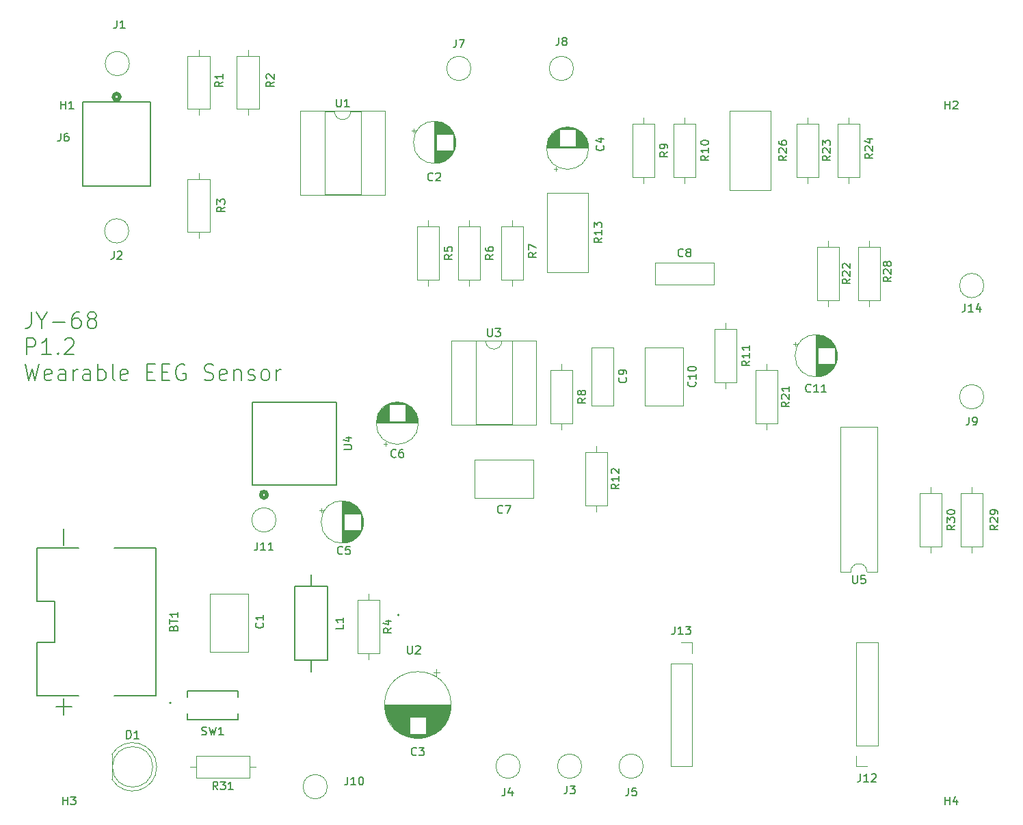
<source format=gbr>
%TF.GenerationSoftware,KiCad,Pcbnew,7.0.10*%
%TF.CreationDate,2024-01-17T14:59:58-08:00*%
%TF.ProjectId,P1.2,50312e32-2e6b-4696-9361-645f70636258,rev?*%
%TF.SameCoordinates,Original*%
%TF.FileFunction,Legend,Top*%
%TF.FilePolarity,Positive*%
%FSLAX46Y46*%
G04 Gerber Fmt 4.6, Leading zero omitted, Abs format (unit mm)*
G04 Created by KiCad (PCBNEW 7.0.10) date 2024-01-17 14:59:58*
%MOMM*%
%LPD*%
G01*
G04 APERTURE LIST*
%ADD10C,0.150000*%
%ADD11C,0.120000*%
%ADD12C,0.152400*%
%ADD13C,0.508000*%
%ADD14C,0.127000*%
%ADD15C,0.200000*%
G04 APERTURE END LIST*
D10*
X79124303Y-88589438D02*
X79124303Y-90018009D01*
X79124303Y-90018009D02*
X79029064Y-90303723D01*
X79029064Y-90303723D02*
X78838588Y-90494200D01*
X78838588Y-90494200D02*
X78552874Y-90589438D01*
X78552874Y-90589438D02*
X78362398Y-90589438D01*
X80457636Y-89637057D02*
X80457636Y-90589438D01*
X79790970Y-88589438D02*
X80457636Y-89637057D01*
X80457636Y-89637057D02*
X81124303Y-88589438D01*
X81790970Y-89827533D02*
X83314780Y-89827533D01*
X85124303Y-88589438D02*
X84743350Y-88589438D01*
X84743350Y-88589438D02*
X84552874Y-88684676D01*
X84552874Y-88684676D02*
X84457636Y-88779914D01*
X84457636Y-88779914D02*
X84267160Y-89065628D01*
X84267160Y-89065628D02*
X84171922Y-89446580D01*
X84171922Y-89446580D02*
X84171922Y-90208485D01*
X84171922Y-90208485D02*
X84267160Y-90398961D01*
X84267160Y-90398961D02*
X84362398Y-90494200D01*
X84362398Y-90494200D02*
X84552874Y-90589438D01*
X84552874Y-90589438D02*
X84933827Y-90589438D01*
X84933827Y-90589438D02*
X85124303Y-90494200D01*
X85124303Y-90494200D02*
X85219541Y-90398961D01*
X85219541Y-90398961D02*
X85314779Y-90208485D01*
X85314779Y-90208485D02*
X85314779Y-89732295D01*
X85314779Y-89732295D02*
X85219541Y-89541819D01*
X85219541Y-89541819D02*
X85124303Y-89446580D01*
X85124303Y-89446580D02*
X84933827Y-89351342D01*
X84933827Y-89351342D02*
X84552874Y-89351342D01*
X84552874Y-89351342D02*
X84362398Y-89446580D01*
X84362398Y-89446580D02*
X84267160Y-89541819D01*
X84267160Y-89541819D02*
X84171922Y-89732295D01*
X86457636Y-89446580D02*
X86267160Y-89351342D01*
X86267160Y-89351342D02*
X86171922Y-89256104D01*
X86171922Y-89256104D02*
X86076684Y-89065628D01*
X86076684Y-89065628D02*
X86076684Y-88970390D01*
X86076684Y-88970390D02*
X86171922Y-88779914D01*
X86171922Y-88779914D02*
X86267160Y-88684676D01*
X86267160Y-88684676D02*
X86457636Y-88589438D01*
X86457636Y-88589438D02*
X86838589Y-88589438D01*
X86838589Y-88589438D02*
X87029065Y-88684676D01*
X87029065Y-88684676D02*
X87124303Y-88779914D01*
X87124303Y-88779914D02*
X87219541Y-88970390D01*
X87219541Y-88970390D02*
X87219541Y-89065628D01*
X87219541Y-89065628D02*
X87124303Y-89256104D01*
X87124303Y-89256104D02*
X87029065Y-89351342D01*
X87029065Y-89351342D02*
X86838589Y-89446580D01*
X86838589Y-89446580D02*
X86457636Y-89446580D01*
X86457636Y-89446580D02*
X86267160Y-89541819D01*
X86267160Y-89541819D02*
X86171922Y-89637057D01*
X86171922Y-89637057D02*
X86076684Y-89827533D01*
X86076684Y-89827533D02*
X86076684Y-90208485D01*
X86076684Y-90208485D02*
X86171922Y-90398961D01*
X86171922Y-90398961D02*
X86267160Y-90494200D01*
X86267160Y-90494200D02*
X86457636Y-90589438D01*
X86457636Y-90589438D02*
X86838589Y-90589438D01*
X86838589Y-90589438D02*
X87029065Y-90494200D01*
X87029065Y-90494200D02*
X87124303Y-90398961D01*
X87124303Y-90398961D02*
X87219541Y-90208485D01*
X87219541Y-90208485D02*
X87219541Y-89827533D01*
X87219541Y-89827533D02*
X87124303Y-89637057D01*
X87124303Y-89637057D02*
X87029065Y-89541819D01*
X87029065Y-89541819D02*
X86838589Y-89446580D01*
X78552874Y-93809438D02*
X78552874Y-91809438D01*
X78552874Y-91809438D02*
X79314779Y-91809438D01*
X79314779Y-91809438D02*
X79505255Y-91904676D01*
X79505255Y-91904676D02*
X79600493Y-91999914D01*
X79600493Y-91999914D02*
X79695731Y-92190390D01*
X79695731Y-92190390D02*
X79695731Y-92476104D01*
X79695731Y-92476104D02*
X79600493Y-92666580D01*
X79600493Y-92666580D02*
X79505255Y-92761819D01*
X79505255Y-92761819D02*
X79314779Y-92857057D01*
X79314779Y-92857057D02*
X78552874Y-92857057D01*
X81600493Y-93809438D02*
X80457636Y-93809438D01*
X81029064Y-93809438D02*
X81029064Y-91809438D01*
X81029064Y-91809438D02*
X80838588Y-92095152D01*
X80838588Y-92095152D02*
X80648112Y-92285628D01*
X80648112Y-92285628D02*
X80457636Y-92380866D01*
X82457636Y-93618961D02*
X82552874Y-93714200D01*
X82552874Y-93714200D02*
X82457636Y-93809438D01*
X82457636Y-93809438D02*
X82362398Y-93714200D01*
X82362398Y-93714200D02*
X82457636Y-93618961D01*
X82457636Y-93618961D02*
X82457636Y-93809438D01*
X83314779Y-91999914D02*
X83410017Y-91904676D01*
X83410017Y-91904676D02*
X83600493Y-91809438D01*
X83600493Y-91809438D02*
X84076684Y-91809438D01*
X84076684Y-91809438D02*
X84267160Y-91904676D01*
X84267160Y-91904676D02*
X84362398Y-91999914D01*
X84362398Y-91999914D02*
X84457636Y-92190390D01*
X84457636Y-92190390D02*
X84457636Y-92380866D01*
X84457636Y-92380866D02*
X84362398Y-92666580D01*
X84362398Y-92666580D02*
X83219541Y-93809438D01*
X83219541Y-93809438D02*
X84457636Y-93809438D01*
X78362398Y-95029438D02*
X78838588Y-97029438D01*
X78838588Y-97029438D02*
X79219541Y-95600866D01*
X79219541Y-95600866D02*
X79600493Y-97029438D01*
X79600493Y-97029438D02*
X80076684Y-95029438D01*
X81600493Y-96934200D02*
X81410017Y-97029438D01*
X81410017Y-97029438D02*
X81029064Y-97029438D01*
X81029064Y-97029438D02*
X80838588Y-96934200D01*
X80838588Y-96934200D02*
X80743350Y-96743723D01*
X80743350Y-96743723D02*
X80743350Y-95981819D01*
X80743350Y-95981819D02*
X80838588Y-95791342D01*
X80838588Y-95791342D02*
X81029064Y-95696104D01*
X81029064Y-95696104D02*
X81410017Y-95696104D01*
X81410017Y-95696104D02*
X81600493Y-95791342D01*
X81600493Y-95791342D02*
X81695731Y-95981819D01*
X81695731Y-95981819D02*
X81695731Y-96172295D01*
X81695731Y-96172295D02*
X80743350Y-96362771D01*
X83410017Y-97029438D02*
X83410017Y-95981819D01*
X83410017Y-95981819D02*
X83314779Y-95791342D01*
X83314779Y-95791342D02*
X83124303Y-95696104D01*
X83124303Y-95696104D02*
X82743350Y-95696104D01*
X82743350Y-95696104D02*
X82552874Y-95791342D01*
X83410017Y-96934200D02*
X83219541Y-97029438D01*
X83219541Y-97029438D02*
X82743350Y-97029438D01*
X82743350Y-97029438D02*
X82552874Y-96934200D01*
X82552874Y-96934200D02*
X82457636Y-96743723D01*
X82457636Y-96743723D02*
X82457636Y-96553247D01*
X82457636Y-96553247D02*
X82552874Y-96362771D01*
X82552874Y-96362771D02*
X82743350Y-96267533D01*
X82743350Y-96267533D02*
X83219541Y-96267533D01*
X83219541Y-96267533D02*
X83410017Y-96172295D01*
X84362398Y-97029438D02*
X84362398Y-95696104D01*
X84362398Y-96077057D02*
X84457636Y-95886580D01*
X84457636Y-95886580D02*
X84552874Y-95791342D01*
X84552874Y-95791342D02*
X84743350Y-95696104D01*
X84743350Y-95696104D02*
X84933827Y-95696104D01*
X86457636Y-97029438D02*
X86457636Y-95981819D01*
X86457636Y-95981819D02*
X86362398Y-95791342D01*
X86362398Y-95791342D02*
X86171922Y-95696104D01*
X86171922Y-95696104D02*
X85790969Y-95696104D01*
X85790969Y-95696104D02*
X85600493Y-95791342D01*
X86457636Y-96934200D02*
X86267160Y-97029438D01*
X86267160Y-97029438D02*
X85790969Y-97029438D01*
X85790969Y-97029438D02*
X85600493Y-96934200D01*
X85600493Y-96934200D02*
X85505255Y-96743723D01*
X85505255Y-96743723D02*
X85505255Y-96553247D01*
X85505255Y-96553247D02*
X85600493Y-96362771D01*
X85600493Y-96362771D02*
X85790969Y-96267533D01*
X85790969Y-96267533D02*
X86267160Y-96267533D01*
X86267160Y-96267533D02*
X86457636Y-96172295D01*
X87410017Y-97029438D02*
X87410017Y-95029438D01*
X87410017Y-95791342D02*
X87600493Y-95696104D01*
X87600493Y-95696104D02*
X87981446Y-95696104D01*
X87981446Y-95696104D02*
X88171922Y-95791342D01*
X88171922Y-95791342D02*
X88267160Y-95886580D01*
X88267160Y-95886580D02*
X88362398Y-96077057D01*
X88362398Y-96077057D02*
X88362398Y-96648485D01*
X88362398Y-96648485D02*
X88267160Y-96838961D01*
X88267160Y-96838961D02*
X88171922Y-96934200D01*
X88171922Y-96934200D02*
X87981446Y-97029438D01*
X87981446Y-97029438D02*
X87600493Y-97029438D01*
X87600493Y-97029438D02*
X87410017Y-96934200D01*
X89505255Y-97029438D02*
X89314779Y-96934200D01*
X89314779Y-96934200D02*
X89219541Y-96743723D01*
X89219541Y-96743723D02*
X89219541Y-95029438D01*
X91029065Y-96934200D02*
X90838589Y-97029438D01*
X90838589Y-97029438D02*
X90457636Y-97029438D01*
X90457636Y-97029438D02*
X90267160Y-96934200D01*
X90267160Y-96934200D02*
X90171922Y-96743723D01*
X90171922Y-96743723D02*
X90171922Y-95981819D01*
X90171922Y-95981819D02*
X90267160Y-95791342D01*
X90267160Y-95791342D02*
X90457636Y-95696104D01*
X90457636Y-95696104D02*
X90838589Y-95696104D01*
X90838589Y-95696104D02*
X91029065Y-95791342D01*
X91029065Y-95791342D02*
X91124303Y-95981819D01*
X91124303Y-95981819D02*
X91124303Y-96172295D01*
X91124303Y-96172295D02*
X90171922Y-96362771D01*
X93505256Y-95981819D02*
X94171923Y-95981819D01*
X94457637Y-97029438D02*
X93505256Y-97029438D01*
X93505256Y-97029438D02*
X93505256Y-95029438D01*
X93505256Y-95029438D02*
X94457637Y-95029438D01*
X95314780Y-95981819D02*
X95981447Y-95981819D01*
X96267161Y-97029438D02*
X95314780Y-97029438D01*
X95314780Y-97029438D02*
X95314780Y-95029438D01*
X95314780Y-95029438D02*
X96267161Y-95029438D01*
X98171923Y-95124676D02*
X97981447Y-95029438D01*
X97981447Y-95029438D02*
X97695733Y-95029438D01*
X97695733Y-95029438D02*
X97410018Y-95124676D01*
X97410018Y-95124676D02*
X97219542Y-95315152D01*
X97219542Y-95315152D02*
X97124304Y-95505628D01*
X97124304Y-95505628D02*
X97029066Y-95886580D01*
X97029066Y-95886580D02*
X97029066Y-96172295D01*
X97029066Y-96172295D02*
X97124304Y-96553247D01*
X97124304Y-96553247D02*
X97219542Y-96743723D01*
X97219542Y-96743723D02*
X97410018Y-96934200D01*
X97410018Y-96934200D02*
X97695733Y-97029438D01*
X97695733Y-97029438D02*
X97886209Y-97029438D01*
X97886209Y-97029438D02*
X98171923Y-96934200D01*
X98171923Y-96934200D02*
X98267161Y-96838961D01*
X98267161Y-96838961D02*
X98267161Y-96172295D01*
X98267161Y-96172295D02*
X97886209Y-96172295D01*
X100552876Y-96934200D02*
X100838590Y-97029438D01*
X100838590Y-97029438D02*
X101314781Y-97029438D01*
X101314781Y-97029438D02*
X101505257Y-96934200D01*
X101505257Y-96934200D02*
X101600495Y-96838961D01*
X101600495Y-96838961D02*
X101695733Y-96648485D01*
X101695733Y-96648485D02*
X101695733Y-96458009D01*
X101695733Y-96458009D02*
X101600495Y-96267533D01*
X101600495Y-96267533D02*
X101505257Y-96172295D01*
X101505257Y-96172295D02*
X101314781Y-96077057D01*
X101314781Y-96077057D02*
X100933828Y-95981819D01*
X100933828Y-95981819D02*
X100743352Y-95886580D01*
X100743352Y-95886580D02*
X100648114Y-95791342D01*
X100648114Y-95791342D02*
X100552876Y-95600866D01*
X100552876Y-95600866D02*
X100552876Y-95410390D01*
X100552876Y-95410390D02*
X100648114Y-95219914D01*
X100648114Y-95219914D02*
X100743352Y-95124676D01*
X100743352Y-95124676D02*
X100933828Y-95029438D01*
X100933828Y-95029438D02*
X101410019Y-95029438D01*
X101410019Y-95029438D02*
X101695733Y-95124676D01*
X103314781Y-96934200D02*
X103124305Y-97029438D01*
X103124305Y-97029438D02*
X102743352Y-97029438D01*
X102743352Y-97029438D02*
X102552876Y-96934200D01*
X102552876Y-96934200D02*
X102457638Y-96743723D01*
X102457638Y-96743723D02*
X102457638Y-95981819D01*
X102457638Y-95981819D02*
X102552876Y-95791342D01*
X102552876Y-95791342D02*
X102743352Y-95696104D01*
X102743352Y-95696104D02*
X103124305Y-95696104D01*
X103124305Y-95696104D02*
X103314781Y-95791342D01*
X103314781Y-95791342D02*
X103410019Y-95981819D01*
X103410019Y-95981819D02*
X103410019Y-96172295D01*
X103410019Y-96172295D02*
X102457638Y-96362771D01*
X104267162Y-95696104D02*
X104267162Y-97029438D01*
X104267162Y-95886580D02*
X104362400Y-95791342D01*
X104362400Y-95791342D02*
X104552876Y-95696104D01*
X104552876Y-95696104D02*
X104838591Y-95696104D01*
X104838591Y-95696104D02*
X105029067Y-95791342D01*
X105029067Y-95791342D02*
X105124305Y-95981819D01*
X105124305Y-95981819D02*
X105124305Y-97029438D01*
X105981448Y-96934200D02*
X106171924Y-97029438D01*
X106171924Y-97029438D02*
X106552876Y-97029438D01*
X106552876Y-97029438D02*
X106743353Y-96934200D01*
X106743353Y-96934200D02*
X106838591Y-96743723D01*
X106838591Y-96743723D02*
X106838591Y-96648485D01*
X106838591Y-96648485D02*
X106743353Y-96458009D01*
X106743353Y-96458009D02*
X106552876Y-96362771D01*
X106552876Y-96362771D02*
X106267162Y-96362771D01*
X106267162Y-96362771D02*
X106076686Y-96267533D01*
X106076686Y-96267533D02*
X105981448Y-96077057D01*
X105981448Y-96077057D02*
X105981448Y-95981819D01*
X105981448Y-95981819D02*
X106076686Y-95791342D01*
X106076686Y-95791342D02*
X106267162Y-95696104D01*
X106267162Y-95696104D02*
X106552876Y-95696104D01*
X106552876Y-95696104D02*
X106743353Y-95791342D01*
X107981448Y-97029438D02*
X107790972Y-96934200D01*
X107790972Y-96934200D02*
X107695734Y-96838961D01*
X107695734Y-96838961D02*
X107600496Y-96648485D01*
X107600496Y-96648485D02*
X107600496Y-96077057D01*
X107600496Y-96077057D02*
X107695734Y-95886580D01*
X107695734Y-95886580D02*
X107790972Y-95791342D01*
X107790972Y-95791342D02*
X107981448Y-95696104D01*
X107981448Y-95696104D02*
X108267163Y-95696104D01*
X108267163Y-95696104D02*
X108457639Y-95791342D01*
X108457639Y-95791342D02*
X108552877Y-95886580D01*
X108552877Y-95886580D02*
X108648115Y-96077057D01*
X108648115Y-96077057D02*
X108648115Y-96648485D01*
X108648115Y-96648485D02*
X108552877Y-96838961D01*
X108552877Y-96838961D02*
X108457639Y-96934200D01*
X108457639Y-96934200D02*
X108267163Y-97029438D01*
X108267163Y-97029438D02*
X107981448Y-97029438D01*
X109505258Y-97029438D02*
X109505258Y-95696104D01*
X109505258Y-96077057D02*
X109600496Y-95886580D01*
X109600496Y-95886580D02*
X109695734Y-95791342D01*
X109695734Y-95791342D02*
X109886210Y-95696104D01*
X109886210Y-95696104D02*
X110076687Y-95696104D01*
X116934039Y-62199719D02*
X116934039Y-63009242D01*
X116934039Y-63009242D02*
X116981658Y-63104480D01*
X116981658Y-63104480D02*
X117029277Y-63152100D01*
X117029277Y-63152100D02*
X117124515Y-63199719D01*
X117124515Y-63199719D02*
X117314991Y-63199719D01*
X117314991Y-63199719D02*
X117410229Y-63152100D01*
X117410229Y-63152100D02*
X117457848Y-63104480D01*
X117457848Y-63104480D02*
X117505467Y-63009242D01*
X117505467Y-63009242D02*
X117505467Y-62199719D01*
X118505467Y-63199719D02*
X117934039Y-63199719D01*
X118219753Y-63199719D02*
X118219753Y-62199719D01*
X118219753Y-62199719D02*
X118124515Y-62342576D01*
X118124515Y-62342576D02*
X118029277Y-62437814D01*
X118029277Y-62437814D02*
X117934039Y-62485433D01*
X137772666Y-147453919D02*
X137772666Y-148168204D01*
X137772666Y-148168204D02*
X137725047Y-148311061D01*
X137725047Y-148311061D02*
X137629809Y-148406300D01*
X137629809Y-148406300D02*
X137486952Y-148453919D01*
X137486952Y-148453919D02*
X137391714Y-148453919D01*
X138677428Y-147787252D02*
X138677428Y-148453919D01*
X138439333Y-147406300D02*
X138201238Y-148120585D01*
X138201238Y-148120585D02*
X138820285Y-148120585D01*
X152759580Y-96686666D02*
X152807200Y-96734285D01*
X152807200Y-96734285D02*
X152854819Y-96877142D01*
X152854819Y-96877142D02*
X152854819Y-96972380D01*
X152854819Y-96972380D02*
X152807200Y-97115237D01*
X152807200Y-97115237D02*
X152711961Y-97210475D01*
X152711961Y-97210475D02*
X152616723Y-97258094D01*
X152616723Y-97258094D02*
X152426247Y-97305713D01*
X152426247Y-97305713D02*
X152283390Y-97305713D01*
X152283390Y-97305713D02*
X152092914Y-97258094D01*
X152092914Y-97258094D02*
X151997676Y-97210475D01*
X151997676Y-97210475D02*
X151902438Y-97115237D01*
X151902438Y-97115237D02*
X151854819Y-96972380D01*
X151854819Y-96972380D02*
X151854819Y-96877142D01*
X151854819Y-96877142D02*
X151902438Y-96734285D01*
X151902438Y-96734285D02*
X151950057Y-96686666D01*
X152854819Y-96210475D02*
X152854819Y-96019999D01*
X152854819Y-96019999D02*
X152807200Y-95924761D01*
X152807200Y-95924761D02*
X152759580Y-95877142D01*
X152759580Y-95877142D02*
X152616723Y-95781904D01*
X152616723Y-95781904D02*
X152426247Y-95734285D01*
X152426247Y-95734285D02*
X152045295Y-95734285D01*
X152045295Y-95734285D02*
X151950057Y-95781904D01*
X151950057Y-95781904D02*
X151902438Y-95829523D01*
X151902438Y-95829523D02*
X151854819Y-95924761D01*
X151854819Y-95924761D02*
X151854819Y-96115237D01*
X151854819Y-96115237D02*
X151902438Y-96210475D01*
X151902438Y-96210475D02*
X151950057Y-96258094D01*
X151950057Y-96258094D02*
X152045295Y-96305713D01*
X152045295Y-96305713D02*
X152283390Y-96305713D01*
X152283390Y-96305713D02*
X152378628Y-96258094D01*
X152378628Y-96258094D02*
X152426247Y-96210475D01*
X152426247Y-96210475D02*
X152473866Y-96115237D01*
X152473866Y-96115237D02*
X152473866Y-95924761D01*
X152473866Y-95924761D02*
X152426247Y-95829523D01*
X152426247Y-95829523D02*
X152378628Y-95781904D01*
X152378628Y-95781904D02*
X152283390Y-95734285D01*
X194771476Y-87539407D02*
X194771476Y-88253692D01*
X194771476Y-88253692D02*
X194723857Y-88396549D01*
X194723857Y-88396549D02*
X194628619Y-88491788D01*
X194628619Y-88491788D02*
X194485762Y-88539407D01*
X194485762Y-88539407D02*
X194390524Y-88539407D01*
X195771476Y-88539407D02*
X195200048Y-88539407D01*
X195485762Y-88539407D02*
X195485762Y-87539407D01*
X195485762Y-87539407D02*
X195390524Y-87682264D01*
X195390524Y-87682264D02*
X195295286Y-87777502D01*
X195295286Y-87777502D02*
X195200048Y-87825121D01*
X196628619Y-87872740D02*
X196628619Y-88539407D01*
X196390524Y-87491788D02*
X196152429Y-88206073D01*
X196152429Y-88206073D02*
X196771476Y-88206073D01*
X195246666Y-101568819D02*
X195246666Y-102283104D01*
X195246666Y-102283104D02*
X195199047Y-102425961D01*
X195199047Y-102425961D02*
X195103809Y-102521200D01*
X195103809Y-102521200D02*
X194960952Y-102568819D01*
X194960952Y-102568819D02*
X194865714Y-102568819D01*
X195770476Y-102568819D02*
X195960952Y-102568819D01*
X195960952Y-102568819D02*
X196056190Y-102521200D01*
X196056190Y-102521200D02*
X196103809Y-102473580D01*
X196103809Y-102473580D02*
X196199047Y-102330723D01*
X196199047Y-102330723D02*
X196246666Y-102140247D01*
X196246666Y-102140247D02*
X196246666Y-101759295D01*
X196246666Y-101759295D02*
X196199047Y-101664057D01*
X196199047Y-101664057D02*
X196151428Y-101616438D01*
X196151428Y-101616438D02*
X196056190Y-101568819D01*
X196056190Y-101568819D02*
X195865714Y-101568819D01*
X195865714Y-101568819D02*
X195770476Y-101616438D01*
X195770476Y-101616438D02*
X195722857Y-101664057D01*
X195722857Y-101664057D02*
X195675238Y-101759295D01*
X195675238Y-101759295D02*
X195675238Y-101997390D01*
X195675238Y-101997390D02*
X195722857Y-102092628D01*
X195722857Y-102092628D02*
X195770476Y-102140247D01*
X195770476Y-102140247D02*
X195865714Y-102187866D01*
X195865714Y-102187866D02*
X196056190Y-102187866D01*
X196056190Y-102187866D02*
X196151428Y-102140247D01*
X196151428Y-102140247D02*
X196199047Y-102092628D01*
X196199047Y-102092628D02*
X196246666Y-101997390D01*
X147774819Y-99226666D02*
X147298628Y-99559999D01*
X147774819Y-99798094D02*
X146774819Y-99798094D01*
X146774819Y-99798094D02*
X146774819Y-99417142D01*
X146774819Y-99417142D02*
X146822438Y-99321904D01*
X146822438Y-99321904D02*
X146870057Y-99274285D01*
X146870057Y-99274285D02*
X146965295Y-99226666D01*
X146965295Y-99226666D02*
X147108152Y-99226666D01*
X147108152Y-99226666D02*
X147203390Y-99274285D01*
X147203390Y-99274285D02*
X147251009Y-99321904D01*
X147251009Y-99321904D02*
X147298628Y-99417142D01*
X147298628Y-99417142D02*
X147298628Y-99798094D01*
X147203390Y-98655237D02*
X147155771Y-98750475D01*
X147155771Y-98750475D02*
X147108152Y-98798094D01*
X147108152Y-98798094D02*
X147012914Y-98845713D01*
X147012914Y-98845713D02*
X146965295Y-98845713D01*
X146965295Y-98845713D02*
X146870057Y-98798094D01*
X146870057Y-98798094D02*
X146822438Y-98750475D01*
X146822438Y-98750475D02*
X146774819Y-98655237D01*
X146774819Y-98655237D02*
X146774819Y-98464761D01*
X146774819Y-98464761D02*
X146822438Y-98369523D01*
X146822438Y-98369523D02*
X146870057Y-98321904D01*
X146870057Y-98321904D02*
X146965295Y-98274285D01*
X146965295Y-98274285D02*
X147012914Y-98274285D01*
X147012914Y-98274285D02*
X147108152Y-98321904D01*
X147108152Y-98321904D02*
X147155771Y-98369523D01*
X147155771Y-98369523D02*
X147203390Y-98464761D01*
X147203390Y-98464761D02*
X147203390Y-98655237D01*
X147203390Y-98655237D02*
X147251009Y-98750475D01*
X147251009Y-98750475D02*
X147298628Y-98798094D01*
X147298628Y-98798094D02*
X147393866Y-98845713D01*
X147393866Y-98845713D02*
X147584342Y-98845713D01*
X147584342Y-98845713D02*
X147679580Y-98798094D01*
X147679580Y-98798094D02*
X147727200Y-98750475D01*
X147727200Y-98750475D02*
X147774819Y-98655237D01*
X147774819Y-98655237D02*
X147774819Y-98464761D01*
X147774819Y-98464761D02*
X147727200Y-98369523D01*
X147727200Y-98369523D02*
X147679580Y-98321904D01*
X147679580Y-98321904D02*
X147584342Y-98274285D01*
X147584342Y-98274285D02*
X147393866Y-98274285D01*
X147393866Y-98274285D02*
X147298628Y-98321904D01*
X147298628Y-98321904D02*
X147251009Y-98369523D01*
X147251009Y-98369523D02*
X147203390Y-98464761D01*
X89382610Y-81032090D02*
X89382610Y-81746375D01*
X89382610Y-81746375D02*
X89334991Y-81889232D01*
X89334991Y-81889232D02*
X89239753Y-81984471D01*
X89239753Y-81984471D02*
X89096896Y-82032090D01*
X89096896Y-82032090D02*
X89001658Y-82032090D01*
X89811182Y-81127328D02*
X89858801Y-81079709D01*
X89858801Y-81079709D02*
X89954039Y-81032090D01*
X89954039Y-81032090D02*
X90192134Y-81032090D01*
X90192134Y-81032090D02*
X90287372Y-81079709D01*
X90287372Y-81079709D02*
X90334991Y-81127328D01*
X90334991Y-81127328D02*
X90382610Y-81222566D01*
X90382610Y-81222566D02*
X90382610Y-81317804D01*
X90382610Y-81317804D02*
X90334991Y-81460661D01*
X90334991Y-81460661D02*
X89763563Y-82032090D01*
X89763563Y-82032090D02*
X90382610Y-82032090D01*
X183334819Y-68968857D02*
X182858628Y-69302190D01*
X183334819Y-69540285D02*
X182334819Y-69540285D01*
X182334819Y-69540285D02*
X182334819Y-69159333D01*
X182334819Y-69159333D02*
X182382438Y-69064095D01*
X182382438Y-69064095D02*
X182430057Y-69016476D01*
X182430057Y-69016476D02*
X182525295Y-68968857D01*
X182525295Y-68968857D02*
X182668152Y-68968857D01*
X182668152Y-68968857D02*
X182763390Y-69016476D01*
X182763390Y-69016476D02*
X182811009Y-69064095D01*
X182811009Y-69064095D02*
X182858628Y-69159333D01*
X182858628Y-69159333D02*
X182858628Y-69540285D01*
X182430057Y-68587904D02*
X182382438Y-68540285D01*
X182382438Y-68540285D02*
X182334819Y-68445047D01*
X182334819Y-68445047D02*
X182334819Y-68206952D01*
X182334819Y-68206952D02*
X182382438Y-68111714D01*
X182382438Y-68111714D02*
X182430057Y-68064095D01*
X182430057Y-68064095D02*
X182525295Y-68016476D01*
X182525295Y-68016476D02*
X182620533Y-68016476D01*
X182620533Y-68016476D02*
X182763390Y-68064095D01*
X182763390Y-68064095D02*
X183334819Y-68635523D01*
X183334819Y-68635523D02*
X183334819Y-68016476D01*
X182668152Y-67159333D02*
X183334819Y-67159333D01*
X182287200Y-67397428D02*
X183001485Y-67635523D01*
X183001485Y-67635523D02*
X183001485Y-67016476D01*
X117818819Y-105598504D02*
X118628342Y-105598504D01*
X118628342Y-105598504D02*
X118723580Y-105550885D01*
X118723580Y-105550885D02*
X118771200Y-105503266D01*
X118771200Y-105503266D02*
X118818819Y-105408028D01*
X118818819Y-105408028D02*
X118818819Y-105217552D01*
X118818819Y-105217552D02*
X118771200Y-105122314D01*
X118771200Y-105122314D02*
X118723580Y-105074695D01*
X118723580Y-105074695D02*
X118628342Y-105027076D01*
X118628342Y-105027076D02*
X117818819Y-105027076D01*
X118152152Y-104122314D02*
X118818819Y-104122314D01*
X117771200Y-104360409D02*
X118485485Y-104598504D01*
X118485485Y-104598504D02*
X118485485Y-103979457D01*
X181816476Y-145709819D02*
X181816476Y-146424104D01*
X181816476Y-146424104D02*
X181768857Y-146566961D01*
X181768857Y-146566961D02*
X181673619Y-146662200D01*
X181673619Y-146662200D02*
X181530762Y-146709819D01*
X181530762Y-146709819D02*
X181435524Y-146709819D01*
X182816476Y-146709819D02*
X182245048Y-146709819D01*
X182530762Y-146709819D02*
X182530762Y-145709819D01*
X182530762Y-145709819D02*
X182435524Y-145852676D01*
X182435524Y-145852676D02*
X182340286Y-145947914D01*
X182340286Y-145947914D02*
X182245048Y-145995533D01*
X183197429Y-145805057D02*
X183245048Y-145757438D01*
X183245048Y-145757438D02*
X183340286Y-145709819D01*
X183340286Y-145709819D02*
X183578381Y-145709819D01*
X183578381Y-145709819D02*
X183673619Y-145757438D01*
X183673619Y-145757438D02*
X183721238Y-145805057D01*
X183721238Y-145805057D02*
X183768857Y-145900295D01*
X183768857Y-145900295D02*
X183768857Y-145995533D01*
X183768857Y-145995533D02*
X183721238Y-146138390D01*
X183721238Y-146138390D02*
X183149810Y-146709819D01*
X183149810Y-146709819D02*
X183768857Y-146709819D01*
X109220763Y-60072666D02*
X108744572Y-60405999D01*
X109220763Y-60644094D02*
X108220763Y-60644094D01*
X108220763Y-60644094D02*
X108220763Y-60263142D01*
X108220763Y-60263142D02*
X108268382Y-60167904D01*
X108268382Y-60167904D02*
X108316001Y-60120285D01*
X108316001Y-60120285D02*
X108411239Y-60072666D01*
X108411239Y-60072666D02*
X108554096Y-60072666D01*
X108554096Y-60072666D02*
X108649334Y-60120285D01*
X108649334Y-60120285D02*
X108696953Y-60167904D01*
X108696953Y-60167904D02*
X108744572Y-60263142D01*
X108744572Y-60263142D02*
X108744572Y-60644094D01*
X108316001Y-59691713D02*
X108268382Y-59644094D01*
X108268382Y-59644094D02*
X108220763Y-59548856D01*
X108220763Y-59548856D02*
X108220763Y-59310761D01*
X108220763Y-59310761D02*
X108268382Y-59215523D01*
X108268382Y-59215523D02*
X108316001Y-59167904D01*
X108316001Y-59167904D02*
X108411239Y-59120285D01*
X108411239Y-59120285D02*
X108506477Y-59120285D01*
X108506477Y-59120285D02*
X108649334Y-59167904D01*
X108649334Y-59167904D02*
X109220763Y-59739332D01*
X109220763Y-59739332D02*
X109220763Y-59120285D01*
X100266667Y-140869200D02*
X100409524Y-140916819D01*
X100409524Y-140916819D02*
X100647619Y-140916819D01*
X100647619Y-140916819D02*
X100742857Y-140869200D01*
X100742857Y-140869200D02*
X100790476Y-140821580D01*
X100790476Y-140821580D02*
X100838095Y-140726342D01*
X100838095Y-140726342D02*
X100838095Y-140631104D01*
X100838095Y-140631104D02*
X100790476Y-140535866D01*
X100790476Y-140535866D02*
X100742857Y-140488247D01*
X100742857Y-140488247D02*
X100647619Y-140440628D01*
X100647619Y-140440628D02*
X100457143Y-140393009D01*
X100457143Y-140393009D02*
X100361905Y-140345390D01*
X100361905Y-140345390D02*
X100314286Y-140297771D01*
X100314286Y-140297771D02*
X100266667Y-140202533D01*
X100266667Y-140202533D02*
X100266667Y-140107295D01*
X100266667Y-140107295D02*
X100314286Y-140012057D01*
X100314286Y-140012057D02*
X100361905Y-139964438D01*
X100361905Y-139964438D02*
X100457143Y-139916819D01*
X100457143Y-139916819D02*
X100695238Y-139916819D01*
X100695238Y-139916819D02*
X100838095Y-139964438D01*
X101171429Y-139916819D02*
X101409524Y-140916819D01*
X101409524Y-140916819D02*
X101600000Y-140202533D01*
X101600000Y-140202533D02*
X101790476Y-140916819D01*
X101790476Y-140916819D02*
X102028572Y-139916819D01*
X102933333Y-140916819D02*
X102361905Y-140916819D01*
X102647619Y-140916819D02*
X102647619Y-139916819D01*
X102647619Y-139916819D02*
X102552381Y-140059676D01*
X102552381Y-140059676D02*
X102457143Y-140154914D01*
X102457143Y-140154914D02*
X102361905Y-140202533D01*
X82784839Y-66419407D02*
X82784839Y-67133692D01*
X82784839Y-67133692D02*
X82737220Y-67276549D01*
X82737220Y-67276549D02*
X82641982Y-67371788D01*
X82641982Y-67371788D02*
X82499125Y-67419407D01*
X82499125Y-67419407D02*
X82403887Y-67419407D01*
X83689601Y-66419407D02*
X83499125Y-66419407D01*
X83499125Y-66419407D02*
X83403887Y-66467026D01*
X83403887Y-66467026D02*
X83356268Y-66514645D01*
X83356268Y-66514645D02*
X83261030Y-66657502D01*
X83261030Y-66657502D02*
X83213411Y-66847978D01*
X83213411Y-66847978D02*
X83213411Y-67228930D01*
X83213411Y-67228930D02*
X83261030Y-67324168D01*
X83261030Y-67324168D02*
X83308649Y-67371788D01*
X83308649Y-67371788D02*
X83403887Y-67419407D01*
X83403887Y-67419407D02*
X83594363Y-67419407D01*
X83594363Y-67419407D02*
X83689601Y-67371788D01*
X83689601Y-67371788D02*
X83737220Y-67324168D01*
X83737220Y-67324168D02*
X83784839Y-67228930D01*
X83784839Y-67228930D02*
X83784839Y-66990835D01*
X83784839Y-66990835D02*
X83737220Y-66895597D01*
X83737220Y-66895597D02*
X83689601Y-66847978D01*
X83689601Y-66847978D02*
X83594363Y-66800359D01*
X83594363Y-66800359D02*
X83403887Y-66800359D01*
X83403887Y-66800359D02*
X83308649Y-66847978D01*
X83308649Y-66847978D02*
X83261030Y-66895597D01*
X83261030Y-66895597D02*
X83213411Y-66990835D01*
X107140476Y-117056819D02*
X107140476Y-117771104D01*
X107140476Y-117771104D02*
X107092857Y-117913961D01*
X107092857Y-117913961D02*
X106997619Y-118009200D01*
X106997619Y-118009200D02*
X106854762Y-118056819D01*
X106854762Y-118056819D02*
X106759524Y-118056819D01*
X108140476Y-118056819D02*
X107569048Y-118056819D01*
X107854762Y-118056819D02*
X107854762Y-117056819D01*
X107854762Y-117056819D02*
X107759524Y-117199676D01*
X107759524Y-117199676D02*
X107664286Y-117294914D01*
X107664286Y-117294914D02*
X107569048Y-117342533D01*
X109092857Y-118056819D02*
X108521429Y-118056819D01*
X108807143Y-118056819D02*
X108807143Y-117056819D01*
X108807143Y-117056819D02*
X108711905Y-117199676D01*
X108711905Y-117199676D02*
X108616667Y-117294914D01*
X108616667Y-117294914D02*
X108521429Y-117342533D01*
X158816476Y-127469819D02*
X158816476Y-128184104D01*
X158816476Y-128184104D02*
X158768857Y-128326961D01*
X158768857Y-128326961D02*
X158673619Y-128422200D01*
X158673619Y-128422200D02*
X158530762Y-128469819D01*
X158530762Y-128469819D02*
X158435524Y-128469819D01*
X159816476Y-128469819D02*
X159245048Y-128469819D01*
X159530762Y-128469819D02*
X159530762Y-127469819D01*
X159530762Y-127469819D02*
X159435524Y-127612676D01*
X159435524Y-127612676D02*
X159340286Y-127707914D01*
X159340286Y-127707914D02*
X159245048Y-127755533D01*
X160149810Y-127469819D02*
X160768857Y-127469819D01*
X160768857Y-127469819D02*
X160435524Y-127850771D01*
X160435524Y-127850771D02*
X160578381Y-127850771D01*
X160578381Y-127850771D02*
X160673619Y-127898390D01*
X160673619Y-127898390D02*
X160721238Y-127946009D01*
X160721238Y-127946009D02*
X160768857Y-128041247D01*
X160768857Y-128041247D02*
X160768857Y-128279342D01*
X160768857Y-128279342D02*
X160721238Y-128374580D01*
X160721238Y-128374580D02*
X160673619Y-128422200D01*
X160673619Y-128422200D02*
X160578381Y-128469819D01*
X160578381Y-128469819D02*
X160292667Y-128469819D01*
X160292667Y-128469819D02*
X160197429Y-128422200D01*
X160197429Y-128422200D02*
X160149810Y-128374580D01*
X178084819Y-69222857D02*
X177608628Y-69556190D01*
X178084819Y-69794285D02*
X177084819Y-69794285D01*
X177084819Y-69794285D02*
X177084819Y-69413333D01*
X177084819Y-69413333D02*
X177132438Y-69318095D01*
X177132438Y-69318095D02*
X177180057Y-69270476D01*
X177180057Y-69270476D02*
X177275295Y-69222857D01*
X177275295Y-69222857D02*
X177418152Y-69222857D01*
X177418152Y-69222857D02*
X177513390Y-69270476D01*
X177513390Y-69270476D02*
X177561009Y-69318095D01*
X177561009Y-69318095D02*
X177608628Y-69413333D01*
X177608628Y-69413333D02*
X177608628Y-69794285D01*
X177180057Y-68841904D02*
X177132438Y-68794285D01*
X177132438Y-68794285D02*
X177084819Y-68699047D01*
X177084819Y-68699047D02*
X177084819Y-68460952D01*
X177084819Y-68460952D02*
X177132438Y-68365714D01*
X177132438Y-68365714D02*
X177180057Y-68318095D01*
X177180057Y-68318095D02*
X177275295Y-68270476D01*
X177275295Y-68270476D02*
X177370533Y-68270476D01*
X177370533Y-68270476D02*
X177513390Y-68318095D01*
X177513390Y-68318095D02*
X178084819Y-68889523D01*
X178084819Y-68889523D02*
X178084819Y-68270476D01*
X177084819Y-67937142D02*
X177084819Y-67318095D01*
X177084819Y-67318095D02*
X177465771Y-67651428D01*
X177465771Y-67651428D02*
X177465771Y-67508571D01*
X177465771Y-67508571D02*
X177513390Y-67413333D01*
X177513390Y-67413333D02*
X177561009Y-67365714D01*
X177561009Y-67365714D02*
X177656247Y-67318095D01*
X177656247Y-67318095D02*
X177894342Y-67318095D01*
X177894342Y-67318095D02*
X177989580Y-67365714D01*
X177989580Y-67365714D02*
X178037200Y-67413333D01*
X178037200Y-67413333D02*
X178084819Y-67508571D01*
X178084819Y-67508571D02*
X178084819Y-67794285D01*
X178084819Y-67794285D02*
X178037200Y-67889523D01*
X178037200Y-67889523D02*
X177989580Y-67937142D01*
X157934819Y-68746666D02*
X157458628Y-69079999D01*
X157934819Y-69318094D02*
X156934819Y-69318094D01*
X156934819Y-69318094D02*
X156934819Y-68937142D01*
X156934819Y-68937142D02*
X156982438Y-68841904D01*
X156982438Y-68841904D02*
X157030057Y-68794285D01*
X157030057Y-68794285D02*
X157125295Y-68746666D01*
X157125295Y-68746666D02*
X157268152Y-68746666D01*
X157268152Y-68746666D02*
X157363390Y-68794285D01*
X157363390Y-68794285D02*
X157411009Y-68841904D01*
X157411009Y-68841904D02*
X157458628Y-68937142D01*
X157458628Y-68937142D02*
X157458628Y-69318094D01*
X157934819Y-68270475D02*
X157934819Y-68079999D01*
X157934819Y-68079999D02*
X157887200Y-67984761D01*
X157887200Y-67984761D02*
X157839580Y-67937142D01*
X157839580Y-67937142D02*
X157696723Y-67841904D01*
X157696723Y-67841904D02*
X157506247Y-67794285D01*
X157506247Y-67794285D02*
X157125295Y-67794285D01*
X157125295Y-67794285D02*
X157030057Y-67841904D01*
X157030057Y-67841904D02*
X156982438Y-67889523D01*
X156982438Y-67889523D02*
X156934819Y-67984761D01*
X156934819Y-67984761D02*
X156934819Y-68175237D01*
X156934819Y-68175237D02*
X156982438Y-68270475D01*
X156982438Y-68270475D02*
X157030057Y-68318094D01*
X157030057Y-68318094D02*
X157125295Y-68365713D01*
X157125295Y-68365713D02*
X157363390Y-68365713D01*
X157363390Y-68365713D02*
X157458628Y-68318094D01*
X157458628Y-68318094D02*
X157506247Y-68270475D01*
X157506247Y-68270475D02*
X157553866Y-68175237D01*
X157553866Y-68175237D02*
X157553866Y-67984761D01*
X157553866Y-67984761D02*
X157506247Y-67889523D01*
X157506247Y-67889523D02*
X157458628Y-67841904D01*
X157458628Y-67841904D02*
X157363390Y-67794285D01*
X151922819Y-109862857D02*
X151446628Y-110196190D01*
X151922819Y-110434285D02*
X150922819Y-110434285D01*
X150922819Y-110434285D02*
X150922819Y-110053333D01*
X150922819Y-110053333D02*
X150970438Y-109958095D01*
X150970438Y-109958095D02*
X151018057Y-109910476D01*
X151018057Y-109910476D02*
X151113295Y-109862857D01*
X151113295Y-109862857D02*
X151256152Y-109862857D01*
X151256152Y-109862857D02*
X151351390Y-109910476D01*
X151351390Y-109910476D02*
X151399009Y-109958095D01*
X151399009Y-109958095D02*
X151446628Y-110053333D01*
X151446628Y-110053333D02*
X151446628Y-110434285D01*
X151922819Y-108910476D02*
X151922819Y-109481904D01*
X151922819Y-109196190D02*
X150922819Y-109196190D01*
X150922819Y-109196190D02*
X151065676Y-109291428D01*
X151065676Y-109291428D02*
X151160914Y-109386666D01*
X151160914Y-109386666D02*
X151208533Y-109481904D01*
X151018057Y-108529523D02*
X150970438Y-108481904D01*
X150970438Y-108481904D02*
X150922819Y-108386666D01*
X150922819Y-108386666D02*
X150922819Y-108148571D01*
X150922819Y-108148571D02*
X150970438Y-108053333D01*
X150970438Y-108053333D02*
X151018057Y-108005714D01*
X151018057Y-108005714D02*
X151113295Y-107958095D01*
X151113295Y-107958095D02*
X151208533Y-107958095D01*
X151208533Y-107958095D02*
X151351390Y-108005714D01*
X151351390Y-108005714D02*
X151922819Y-108577142D01*
X151922819Y-108577142D02*
X151922819Y-107958095D01*
X192278095Y-63446819D02*
X192278095Y-62446819D01*
X192278095Y-62923009D02*
X192849523Y-62923009D01*
X192849523Y-63446819D02*
X192849523Y-62446819D01*
X193278095Y-62542057D02*
X193325714Y-62494438D01*
X193325714Y-62494438D02*
X193420952Y-62446819D01*
X193420952Y-62446819D02*
X193659047Y-62446819D01*
X193659047Y-62446819D02*
X193754285Y-62494438D01*
X193754285Y-62494438D02*
X193801904Y-62542057D01*
X193801904Y-62542057D02*
X193849523Y-62637295D01*
X193849523Y-62637295D02*
X193849523Y-62732533D01*
X193849523Y-62732533D02*
X193801904Y-62875390D01*
X193801904Y-62875390D02*
X193230476Y-63446819D01*
X193230476Y-63446819D02*
X193849523Y-63446819D01*
X89728666Y-52455407D02*
X89728666Y-53169692D01*
X89728666Y-53169692D02*
X89681047Y-53312549D01*
X89681047Y-53312549D02*
X89585809Y-53407788D01*
X89585809Y-53407788D02*
X89442952Y-53455407D01*
X89442952Y-53455407D02*
X89347714Y-53455407D01*
X90728666Y-53455407D02*
X90157238Y-53455407D01*
X90442952Y-53455407D02*
X90442952Y-52455407D01*
X90442952Y-52455407D02*
X90347714Y-52598264D01*
X90347714Y-52598264D02*
X90252476Y-52693502D01*
X90252476Y-52693502D02*
X90157238Y-52741121D01*
X192278095Y-149552819D02*
X192278095Y-148552819D01*
X192278095Y-149029009D02*
X192849523Y-149029009D01*
X192849523Y-149552819D02*
X192849523Y-148552819D01*
X193754285Y-148886152D02*
X193754285Y-149552819D01*
X193516190Y-148505200D02*
X193278095Y-149219485D01*
X193278095Y-149219485D02*
X193897142Y-149219485D01*
X107801580Y-127046078D02*
X107849200Y-127093697D01*
X107849200Y-127093697D02*
X107896819Y-127236554D01*
X107896819Y-127236554D02*
X107896819Y-127331792D01*
X107896819Y-127331792D02*
X107849200Y-127474649D01*
X107849200Y-127474649D02*
X107753961Y-127569887D01*
X107753961Y-127569887D02*
X107658723Y-127617506D01*
X107658723Y-127617506D02*
X107468247Y-127665125D01*
X107468247Y-127665125D02*
X107325390Y-127665125D01*
X107325390Y-127665125D02*
X107134914Y-127617506D01*
X107134914Y-127617506D02*
X107039676Y-127569887D01*
X107039676Y-127569887D02*
X106944438Y-127474649D01*
X106944438Y-127474649D02*
X106896819Y-127331792D01*
X106896819Y-127331792D02*
X106896819Y-127236554D01*
X106896819Y-127236554D02*
X106944438Y-127093697D01*
X106944438Y-127093697D02*
X106992057Y-127046078D01*
X107896819Y-126093697D02*
X107896819Y-126665125D01*
X107896819Y-126379411D02*
X106896819Y-126379411D01*
X106896819Y-126379411D02*
X107039676Y-126474649D01*
X107039676Y-126474649D02*
X107134914Y-126569887D01*
X107134914Y-126569887D02*
X107182533Y-126665125D01*
X149965580Y-67959779D02*
X150013200Y-68007398D01*
X150013200Y-68007398D02*
X150060819Y-68150255D01*
X150060819Y-68150255D02*
X150060819Y-68245493D01*
X150060819Y-68245493D02*
X150013200Y-68388350D01*
X150013200Y-68388350D02*
X149917961Y-68483588D01*
X149917961Y-68483588D02*
X149822723Y-68531207D01*
X149822723Y-68531207D02*
X149632247Y-68578826D01*
X149632247Y-68578826D02*
X149489390Y-68578826D01*
X149489390Y-68578826D02*
X149298914Y-68531207D01*
X149298914Y-68531207D02*
X149203676Y-68483588D01*
X149203676Y-68483588D02*
X149108438Y-68388350D01*
X149108438Y-68388350D02*
X149060819Y-68245493D01*
X149060819Y-68245493D02*
X149060819Y-68150255D01*
X149060819Y-68150255D02*
X149108438Y-68007398D01*
X149108438Y-68007398D02*
X149156057Y-67959779D01*
X149394152Y-67102636D02*
X150060819Y-67102636D01*
X149013200Y-67340731D02*
X149727485Y-67578826D01*
X149727485Y-67578826D02*
X149727485Y-66959779D01*
X145462666Y-147199919D02*
X145462666Y-147914204D01*
X145462666Y-147914204D02*
X145415047Y-148057061D01*
X145415047Y-148057061D02*
X145319809Y-148152300D01*
X145319809Y-148152300D02*
X145176952Y-148199919D01*
X145176952Y-148199919D02*
X145081714Y-148199919D01*
X145843619Y-147199919D02*
X146462666Y-147199919D01*
X146462666Y-147199919D02*
X146129333Y-147580871D01*
X146129333Y-147580871D02*
X146272190Y-147580871D01*
X146272190Y-147580871D02*
X146367428Y-147628490D01*
X146367428Y-147628490D02*
X146415047Y-147676109D01*
X146415047Y-147676109D02*
X146462666Y-147771347D01*
X146462666Y-147771347D02*
X146462666Y-148009442D01*
X146462666Y-148009442D02*
X146415047Y-148104680D01*
X146415047Y-148104680D02*
X146367428Y-148152300D01*
X146367428Y-148152300D02*
X146272190Y-148199919D01*
X146272190Y-148199919D02*
X145986476Y-148199919D01*
X145986476Y-148199919D02*
X145891238Y-148152300D01*
X145891238Y-148152300D02*
X145843619Y-148104680D01*
X83058095Y-149552819D02*
X83058095Y-148552819D01*
X83058095Y-149029009D02*
X83629523Y-149029009D01*
X83629523Y-149552819D02*
X83629523Y-148552819D01*
X84010476Y-148552819D02*
X84629523Y-148552819D01*
X84629523Y-148552819D02*
X84296190Y-148933771D01*
X84296190Y-148933771D02*
X84439047Y-148933771D01*
X84439047Y-148933771D02*
X84534285Y-148981390D01*
X84534285Y-148981390D02*
X84581904Y-149029009D01*
X84581904Y-149029009D02*
X84629523Y-149124247D01*
X84629523Y-149124247D02*
X84629523Y-149362342D01*
X84629523Y-149362342D02*
X84581904Y-149457580D01*
X84581904Y-149457580D02*
X84534285Y-149505200D01*
X84534285Y-149505200D02*
X84439047Y-149552819D01*
X84439047Y-149552819D02*
X84153333Y-149552819D01*
X84153333Y-149552819D02*
X84058095Y-149505200D01*
X84058095Y-149505200D02*
X84010476Y-149457580D01*
X185620819Y-84208857D02*
X185144628Y-84542190D01*
X185620819Y-84780285D02*
X184620819Y-84780285D01*
X184620819Y-84780285D02*
X184620819Y-84399333D01*
X184620819Y-84399333D02*
X184668438Y-84304095D01*
X184668438Y-84304095D02*
X184716057Y-84256476D01*
X184716057Y-84256476D02*
X184811295Y-84208857D01*
X184811295Y-84208857D02*
X184954152Y-84208857D01*
X184954152Y-84208857D02*
X185049390Y-84256476D01*
X185049390Y-84256476D02*
X185097009Y-84304095D01*
X185097009Y-84304095D02*
X185144628Y-84399333D01*
X185144628Y-84399333D02*
X185144628Y-84780285D01*
X184716057Y-83827904D02*
X184668438Y-83780285D01*
X184668438Y-83780285D02*
X184620819Y-83685047D01*
X184620819Y-83685047D02*
X184620819Y-83446952D01*
X184620819Y-83446952D02*
X184668438Y-83351714D01*
X184668438Y-83351714D02*
X184716057Y-83304095D01*
X184716057Y-83304095D02*
X184811295Y-83256476D01*
X184811295Y-83256476D02*
X184906533Y-83256476D01*
X184906533Y-83256476D02*
X185049390Y-83304095D01*
X185049390Y-83304095D02*
X185620819Y-83875523D01*
X185620819Y-83875523D02*
X185620819Y-83256476D01*
X185049390Y-82685047D02*
X185001771Y-82780285D01*
X185001771Y-82780285D02*
X184954152Y-82827904D01*
X184954152Y-82827904D02*
X184858914Y-82875523D01*
X184858914Y-82875523D02*
X184811295Y-82875523D01*
X184811295Y-82875523D02*
X184716057Y-82827904D01*
X184716057Y-82827904D02*
X184668438Y-82780285D01*
X184668438Y-82780285D02*
X184620819Y-82685047D01*
X184620819Y-82685047D02*
X184620819Y-82494571D01*
X184620819Y-82494571D02*
X184668438Y-82399333D01*
X184668438Y-82399333D02*
X184716057Y-82351714D01*
X184716057Y-82351714D02*
X184811295Y-82304095D01*
X184811295Y-82304095D02*
X184858914Y-82304095D01*
X184858914Y-82304095D02*
X184954152Y-82351714D01*
X184954152Y-82351714D02*
X185001771Y-82399333D01*
X185001771Y-82399333D02*
X185049390Y-82494571D01*
X185049390Y-82494571D02*
X185049390Y-82685047D01*
X185049390Y-82685047D02*
X185097009Y-82780285D01*
X185097009Y-82780285D02*
X185144628Y-82827904D01*
X185144628Y-82827904D02*
X185239866Y-82875523D01*
X185239866Y-82875523D02*
X185430342Y-82875523D01*
X185430342Y-82875523D02*
X185525580Y-82827904D01*
X185525580Y-82827904D02*
X185573200Y-82780285D01*
X185573200Y-82780285D02*
X185620819Y-82685047D01*
X185620819Y-82685047D02*
X185620819Y-82494571D01*
X185620819Y-82494571D02*
X185573200Y-82399333D01*
X185573200Y-82399333D02*
X185525580Y-82351714D01*
X185525580Y-82351714D02*
X185430342Y-82304095D01*
X185430342Y-82304095D02*
X185239866Y-82304095D01*
X185239866Y-82304095D02*
X185144628Y-82351714D01*
X185144628Y-82351714D02*
X185097009Y-82399333D01*
X185097009Y-82399333D02*
X185049390Y-82494571D01*
X180540819Y-84462857D02*
X180064628Y-84796190D01*
X180540819Y-85034285D02*
X179540819Y-85034285D01*
X179540819Y-85034285D02*
X179540819Y-84653333D01*
X179540819Y-84653333D02*
X179588438Y-84558095D01*
X179588438Y-84558095D02*
X179636057Y-84510476D01*
X179636057Y-84510476D02*
X179731295Y-84462857D01*
X179731295Y-84462857D02*
X179874152Y-84462857D01*
X179874152Y-84462857D02*
X179969390Y-84510476D01*
X179969390Y-84510476D02*
X180017009Y-84558095D01*
X180017009Y-84558095D02*
X180064628Y-84653333D01*
X180064628Y-84653333D02*
X180064628Y-85034285D01*
X179636057Y-84081904D02*
X179588438Y-84034285D01*
X179588438Y-84034285D02*
X179540819Y-83939047D01*
X179540819Y-83939047D02*
X179540819Y-83700952D01*
X179540819Y-83700952D02*
X179588438Y-83605714D01*
X179588438Y-83605714D02*
X179636057Y-83558095D01*
X179636057Y-83558095D02*
X179731295Y-83510476D01*
X179731295Y-83510476D02*
X179826533Y-83510476D01*
X179826533Y-83510476D02*
X179969390Y-83558095D01*
X179969390Y-83558095D02*
X180540819Y-84129523D01*
X180540819Y-84129523D02*
X180540819Y-83510476D01*
X179636057Y-83129523D02*
X179588438Y-83081904D01*
X179588438Y-83081904D02*
X179540819Y-82986666D01*
X179540819Y-82986666D02*
X179540819Y-82748571D01*
X179540819Y-82748571D02*
X179588438Y-82653333D01*
X179588438Y-82653333D02*
X179636057Y-82605714D01*
X179636057Y-82605714D02*
X179731295Y-82558095D01*
X179731295Y-82558095D02*
X179826533Y-82558095D01*
X179826533Y-82558095D02*
X179969390Y-82605714D01*
X179969390Y-82605714D02*
X180540819Y-83177142D01*
X180540819Y-83177142D02*
X180540819Y-82558095D01*
X149806819Y-79382857D02*
X149330628Y-79716190D01*
X149806819Y-79954285D02*
X148806819Y-79954285D01*
X148806819Y-79954285D02*
X148806819Y-79573333D01*
X148806819Y-79573333D02*
X148854438Y-79478095D01*
X148854438Y-79478095D02*
X148902057Y-79430476D01*
X148902057Y-79430476D02*
X148997295Y-79382857D01*
X148997295Y-79382857D02*
X149140152Y-79382857D01*
X149140152Y-79382857D02*
X149235390Y-79430476D01*
X149235390Y-79430476D02*
X149283009Y-79478095D01*
X149283009Y-79478095D02*
X149330628Y-79573333D01*
X149330628Y-79573333D02*
X149330628Y-79954285D01*
X149806819Y-78430476D02*
X149806819Y-79001904D01*
X149806819Y-78716190D02*
X148806819Y-78716190D01*
X148806819Y-78716190D02*
X148949676Y-78811428D01*
X148949676Y-78811428D02*
X149044914Y-78906666D01*
X149044914Y-78906666D02*
X149092533Y-79001904D01*
X148806819Y-78097142D02*
X148806819Y-77478095D01*
X148806819Y-77478095D02*
X149187771Y-77811428D01*
X149187771Y-77811428D02*
X149187771Y-77668571D01*
X149187771Y-77668571D02*
X149235390Y-77573333D01*
X149235390Y-77573333D02*
X149283009Y-77525714D01*
X149283009Y-77525714D02*
X149378247Y-77478095D01*
X149378247Y-77478095D02*
X149616342Y-77478095D01*
X149616342Y-77478095D02*
X149711580Y-77525714D01*
X149711580Y-77525714D02*
X149759200Y-77573333D01*
X149759200Y-77573333D02*
X149806819Y-77668571D01*
X149806819Y-77668571D02*
X149806819Y-77954285D01*
X149806819Y-77954285D02*
X149759200Y-78049523D01*
X149759200Y-78049523D02*
X149711580Y-78097142D01*
X173004819Y-99702857D02*
X172528628Y-100036190D01*
X173004819Y-100274285D02*
X172004819Y-100274285D01*
X172004819Y-100274285D02*
X172004819Y-99893333D01*
X172004819Y-99893333D02*
X172052438Y-99798095D01*
X172052438Y-99798095D02*
X172100057Y-99750476D01*
X172100057Y-99750476D02*
X172195295Y-99702857D01*
X172195295Y-99702857D02*
X172338152Y-99702857D01*
X172338152Y-99702857D02*
X172433390Y-99750476D01*
X172433390Y-99750476D02*
X172481009Y-99798095D01*
X172481009Y-99798095D02*
X172528628Y-99893333D01*
X172528628Y-99893333D02*
X172528628Y-100274285D01*
X172100057Y-99321904D02*
X172052438Y-99274285D01*
X172052438Y-99274285D02*
X172004819Y-99179047D01*
X172004819Y-99179047D02*
X172004819Y-98940952D01*
X172004819Y-98940952D02*
X172052438Y-98845714D01*
X172052438Y-98845714D02*
X172100057Y-98798095D01*
X172100057Y-98798095D02*
X172195295Y-98750476D01*
X172195295Y-98750476D02*
X172290533Y-98750476D01*
X172290533Y-98750476D02*
X172433390Y-98798095D01*
X172433390Y-98798095D02*
X173004819Y-99369523D01*
X173004819Y-99369523D02*
X173004819Y-98750476D01*
X173004819Y-97798095D02*
X173004819Y-98369523D01*
X173004819Y-98083809D02*
X172004819Y-98083809D01*
X172004819Y-98083809D02*
X172147676Y-98179047D01*
X172147676Y-98179047D02*
X172242914Y-98274285D01*
X172242914Y-98274285D02*
X172290533Y-98369523D01*
X175658030Y-98403580D02*
X175610411Y-98451200D01*
X175610411Y-98451200D02*
X175467554Y-98498819D01*
X175467554Y-98498819D02*
X175372316Y-98498819D01*
X175372316Y-98498819D02*
X175229459Y-98451200D01*
X175229459Y-98451200D02*
X175134221Y-98355961D01*
X175134221Y-98355961D02*
X175086602Y-98260723D01*
X175086602Y-98260723D02*
X175038983Y-98070247D01*
X175038983Y-98070247D02*
X175038983Y-97927390D01*
X175038983Y-97927390D02*
X175086602Y-97736914D01*
X175086602Y-97736914D02*
X175134221Y-97641676D01*
X175134221Y-97641676D02*
X175229459Y-97546438D01*
X175229459Y-97546438D02*
X175372316Y-97498819D01*
X175372316Y-97498819D02*
X175467554Y-97498819D01*
X175467554Y-97498819D02*
X175610411Y-97546438D01*
X175610411Y-97546438D02*
X175658030Y-97594057D01*
X176610411Y-98498819D02*
X176038983Y-98498819D01*
X176324697Y-98498819D02*
X176324697Y-97498819D01*
X176324697Y-97498819D02*
X176229459Y-97641676D01*
X176229459Y-97641676D02*
X176134221Y-97736914D01*
X176134221Y-97736914D02*
X176038983Y-97784533D01*
X177562792Y-98498819D02*
X176991364Y-98498819D01*
X177277078Y-98498819D02*
X177277078Y-97498819D01*
X177277078Y-97498819D02*
X177181840Y-97641676D01*
X177181840Y-97641676D02*
X177086602Y-97736914D01*
X177086602Y-97736914D02*
X176991364Y-97784533D01*
X128865333Y-72241580D02*
X128817714Y-72289200D01*
X128817714Y-72289200D02*
X128674857Y-72336819D01*
X128674857Y-72336819D02*
X128579619Y-72336819D01*
X128579619Y-72336819D02*
X128436762Y-72289200D01*
X128436762Y-72289200D02*
X128341524Y-72193961D01*
X128341524Y-72193961D02*
X128293905Y-72098723D01*
X128293905Y-72098723D02*
X128246286Y-71908247D01*
X128246286Y-71908247D02*
X128246286Y-71765390D01*
X128246286Y-71765390D02*
X128293905Y-71574914D01*
X128293905Y-71574914D02*
X128341524Y-71479676D01*
X128341524Y-71479676D02*
X128436762Y-71384438D01*
X128436762Y-71384438D02*
X128579619Y-71336819D01*
X128579619Y-71336819D02*
X128674857Y-71336819D01*
X128674857Y-71336819D02*
X128817714Y-71384438D01*
X128817714Y-71384438D02*
X128865333Y-71432057D01*
X129246286Y-71432057D02*
X129293905Y-71384438D01*
X129293905Y-71384438D02*
X129389143Y-71336819D01*
X129389143Y-71336819D02*
X129627238Y-71336819D01*
X129627238Y-71336819D02*
X129722476Y-71384438D01*
X129722476Y-71384438D02*
X129770095Y-71432057D01*
X129770095Y-71432057D02*
X129817714Y-71527295D01*
X129817714Y-71527295D02*
X129817714Y-71622533D01*
X129817714Y-71622533D02*
X129770095Y-71765390D01*
X129770095Y-71765390D02*
X129198667Y-72336819D01*
X129198667Y-72336819D02*
X129817714Y-72336819D01*
X96758953Y-127665126D02*
X96806572Y-127522269D01*
X96806572Y-127522269D02*
X96854191Y-127474650D01*
X96854191Y-127474650D02*
X96949429Y-127427031D01*
X96949429Y-127427031D02*
X97092286Y-127427031D01*
X97092286Y-127427031D02*
X97187524Y-127474650D01*
X97187524Y-127474650D02*
X97235144Y-127522269D01*
X97235144Y-127522269D02*
X97282763Y-127617507D01*
X97282763Y-127617507D02*
X97282763Y-127998459D01*
X97282763Y-127998459D02*
X96282763Y-127998459D01*
X96282763Y-127998459D02*
X96282763Y-127665126D01*
X96282763Y-127665126D02*
X96330382Y-127569888D01*
X96330382Y-127569888D02*
X96378001Y-127522269D01*
X96378001Y-127522269D02*
X96473239Y-127474650D01*
X96473239Y-127474650D02*
X96568477Y-127474650D01*
X96568477Y-127474650D02*
X96663715Y-127522269D01*
X96663715Y-127522269D02*
X96711334Y-127569888D01*
X96711334Y-127569888D02*
X96758953Y-127665126D01*
X96758953Y-127665126D02*
X96758953Y-127998459D01*
X96282763Y-127141316D02*
X96282763Y-126569888D01*
X97282763Y-126855602D02*
X96282763Y-126855602D01*
X97282763Y-125712745D02*
X97282763Y-126284173D01*
X97282763Y-125998459D02*
X96282763Y-125998459D01*
X96282763Y-125998459D02*
X96425620Y-126093697D01*
X96425620Y-126093697D02*
X96520858Y-126188935D01*
X96520858Y-126188935D02*
X96568477Y-126284173D01*
X131264819Y-81446666D02*
X130788628Y-81779999D01*
X131264819Y-82018094D02*
X130264819Y-82018094D01*
X130264819Y-82018094D02*
X130264819Y-81637142D01*
X130264819Y-81637142D02*
X130312438Y-81541904D01*
X130312438Y-81541904D02*
X130360057Y-81494285D01*
X130360057Y-81494285D02*
X130455295Y-81446666D01*
X130455295Y-81446666D02*
X130598152Y-81446666D01*
X130598152Y-81446666D02*
X130693390Y-81494285D01*
X130693390Y-81494285D02*
X130741009Y-81541904D01*
X130741009Y-81541904D02*
X130788628Y-81637142D01*
X130788628Y-81637142D02*
X130788628Y-82018094D01*
X130264819Y-80541904D02*
X130264819Y-81018094D01*
X130264819Y-81018094D02*
X130741009Y-81065713D01*
X130741009Y-81065713D02*
X130693390Y-81018094D01*
X130693390Y-81018094D02*
X130645771Y-80922856D01*
X130645771Y-80922856D02*
X130645771Y-80684761D01*
X130645771Y-80684761D02*
X130693390Y-80589523D01*
X130693390Y-80589523D02*
X130741009Y-80541904D01*
X130741009Y-80541904D02*
X130836247Y-80494285D01*
X130836247Y-80494285D02*
X131074342Y-80494285D01*
X131074342Y-80494285D02*
X131169580Y-80541904D01*
X131169580Y-80541904D02*
X131217200Y-80589523D01*
X131217200Y-80589523D02*
X131264819Y-80684761D01*
X131264819Y-80684761D02*
X131264819Y-80922856D01*
X131264819Y-80922856D02*
X131217200Y-81018094D01*
X131217200Y-81018094D02*
X131169580Y-81065713D01*
X103124763Y-75566666D02*
X102648572Y-75899999D01*
X103124763Y-76138094D02*
X102124763Y-76138094D01*
X102124763Y-76138094D02*
X102124763Y-75757142D01*
X102124763Y-75757142D02*
X102172382Y-75661904D01*
X102172382Y-75661904D02*
X102220001Y-75614285D01*
X102220001Y-75614285D02*
X102315239Y-75566666D01*
X102315239Y-75566666D02*
X102458096Y-75566666D01*
X102458096Y-75566666D02*
X102553334Y-75614285D01*
X102553334Y-75614285D02*
X102600953Y-75661904D01*
X102600953Y-75661904D02*
X102648572Y-75757142D01*
X102648572Y-75757142D02*
X102648572Y-76138094D01*
X102124763Y-75233332D02*
X102124763Y-74614285D01*
X102124763Y-74614285D02*
X102505715Y-74947618D01*
X102505715Y-74947618D02*
X102505715Y-74804761D01*
X102505715Y-74804761D02*
X102553334Y-74709523D01*
X102553334Y-74709523D02*
X102600953Y-74661904D01*
X102600953Y-74661904D02*
X102696191Y-74614285D01*
X102696191Y-74614285D02*
X102934286Y-74614285D01*
X102934286Y-74614285D02*
X103029524Y-74661904D01*
X103029524Y-74661904D02*
X103077144Y-74709523D01*
X103077144Y-74709523D02*
X103124763Y-74804761D01*
X103124763Y-74804761D02*
X103124763Y-75090475D01*
X103124763Y-75090475D02*
X103077144Y-75185713D01*
X103077144Y-75185713D02*
X103029524Y-75233332D01*
X117689334Y-118469580D02*
X117641715Y-118517200D01*
X117641715Y-118517200D02*
X117498858Y-118564819D01*
X117498858Y-118564819D02*
X117403620Y-118564819D01*
X117403620Y-118564819D02*
X117260763Y-118517200D01*
X117260763Y-118517200D02*
X117165525Y-118421961D01*
X117165525Y-118421961D02*
X117117906Y-118326723D01*
X117117906Y-118326723D02*
X117070287Y-118136247D01*
X117070287Y-118136247D02*
X117070287Y-117993390D01*
X117070287Y-117993390D02*
X117117906Y-117802914D01*
X117117906Y-117802914D02*
X117165525Y-117707676D01*
X117165525Y-117707676D02*
X117260763Y-117612438D01*
X117260763Y-117612438D02*
X117403620Y-117564819D01*
X117403620Y-117564819D02*
X117498858Y-117564819D01*
X117498858Y-117564819D02*
X117641715Y-117612438D01*
X117641715Y-117612438D02*
X117689334Y-117660057D01*
X118594096Y-117564819D02*
X118117906Y-117564819D01*
X118117906Y-117564819D02*
X118070287Y-118041009D01*
X118070287Y-118041009D02*
X118117906Y-117993390D01*
X118117906Y-117993390D02*
X118213144Y-117945771D01*
X118213144Y-117945771D02*
X118451239Y-117945771D01*
X118451239Y-117945771D02*
X118546477Y-117993390D01*
X118546477Y-117993390D02*
X118594096Y-118041009D01*
X118594096Y-118041009D02*
X118641715Y-118136247D01*
X118641715Y-118136247D02*
X118641715Y-118374342D01*
X118641715Y-118374342D02*
X118594096Y-118469580D01*
X118594096Y-118469580D02*
X118546477Y-118517200D01*
X118546477Y-118517200D02*
X118451239Y-118564819D01*
X118451239Y-118564819D02*
X118213144Y-118564819D01*
X118213144Y-118564819D02*
X118117906Y-118517200D01*
X118117906Y-118517200D02*
X118070287Y-118469580D01*
X131746666Y-54826819D02*
X131746666Y-55541104D01*
X131746666Y-55541104D02*
X131699047Y-55683961D01*
X131699047Y-55683961D02*
X131603809Y-55779200D01*
X131603809Y-55779200D02*
X131460952Y-55826819D01*
X131460952Y-55826819D02*
X131365714Y-55826819D01*
X132127619Y-54826819D02*
X132794285Y-54826819D01*
X132794285Y-54826819D02*
X132365714Y-55826819D01*
X135646095Y-90606819D02*
X135646095Y-91416342D01*
X135646095Y-91416342D02*
X135693714Y-91511580D01*
X135693714Y-91511580D02*
X135741333Y-91559200D01*
X135741333Y-91559200D02*
X135836571Y-91606819D01*
X135836571Y-91606819D02*
X136027047Y-91606819D01*
X136027047Y-91606819D02*
X136122285Y-91559200D01*
X136122285Y-91559200D02*
X136169904Y-91511580D01*
X136169904Y-91511580D02*
X136217523Y-91416342D01*
X136217523Y-91416342D02*
X136217523Y-90606819D01*
X136598476Y-90606819D02*
X137217523Y-90606819D01*
X137217523Y-90606819D02*
X136884190Y-90987771D01*
X136884190Y-90987771D02*
X137027047Y-90987771D01*
X137027047Y-90987771D02*
X137122285Y-91035390D01*
X137122285Y-91035390D02*
X137169904Y-91083009D01*
X137169904Y-91083009D02*
X137217523Y-91178247D01*
X137217523Y-91178247D02*
X137217523Y-91416342D01*
X137217523Y-91416342D02*
X137169904Y-91511580D01*
X137169904Y-91511580D02*
X137122285Y-91559200D01*
X137122285Y-91559200D02*
X137027047Y-91606819D01*
X137027047Y-91606819D02*
X136741333Y-91606819D01*
X136741333Y-91606819D02*
X136646095Y-91559200D01*
X136646095Y-91559200D02*
X136598476Y-91511580D01*
X161339580Y-97202857D02*
X161387200Y-97250476D01*
X161387200Y-97250476D02*
X161434819Y-97393333D01*
X161434819Y-97393333D02*
X161434819Y-97488571D01*
X161434819Y-97488571D02*
X161387200Y-97631428D01*
X161387200Y-97631428D02*
X161291961Y-97726666D01*
X161291961Y-97726666D02*
X161196723Y-97774285D01*
X161196723Y-97774285D02*
X161006247Y-97821904D01*
X161006247Y-97821904D02*
X160863390Y-97821904D01*
X160863390Y-97821904D02*
X160672914Y-97774285D01*
X160672914Y-97774285D02*
X160577676Y-97726666D01*
X160577676Y-97726666D02*
X160482438Y-97631428D01*
X160482438Y-97631428D02*
X160434819Y-97488571D01*
X160434819Y-97488571D02*
X160434819Y-97393333D01*
X160434819Y-97393333D02*
X160482438Y-97250476D01*
X160482438Y-97250476D02*
X160530057Y-97202857D01*
X161434819Y-96250476D02*
X161434819Y-96821904D01*
X161434819Y-96536190D02*
X160434819Y-96536190D01*
X160434819Y-96536190D02*
X160577676Y-96631428D01*
X160577676Y-96631428D02*
X160672914Y-96726666D01*
X160672914Y-96726666D02*
X160720533Y-96821904D01*
X160434819Y-95631428D02*
X160434819Y-95536190D01*
X160434819Y-95536190D02*
X160482438Y-95440952D01*
X160482438Y-95440952D02*
X160530057Y-95393333D01*
X160530057Y-95393333D02*
X160625295Y-95345714D01*
X160625295Y-95345714D02*
X160815771Y-95298095D01*
X160815771Y-95298095D02*
X161053866Y-95298095D01*
X161053866Y-95298095D02*
X161244342Y-95345714D01*
X161244342Y-95345714D02*
X161339580Y-95393333D01*
X161339580Y-95393333D02*
X161387200Y-95440952D01*
X161387200Y-95440952D02*
X161434819Y-95536190D01*
X161434819Y-95536190D02*
X161434819Y-95631428D01*
X161434819Y-95631428D02*
X161387200Y-95726666D01*
X161387200Y-95726666D02*
X161339580Y-95774285D01*
X161339580Y-95774285D02*
X161244342Y-95821904D01*
X161244342Y-95821904D02*
X161053866Y-95869523D01*
X161053866Y-95869523D02*
X160815771Y-95869523D01*
X160815771Y-95869523D02*
X160625295Y-95821904D01*
X160625295Y-95821904D02*
X160530057Y-95774285D01*
X160530057Y-95774285D02*
X160482438Y-95726666D01*
X160482438Y-95726666D02*
X160434819Y-95631428D01*
X193494819Y-114942857D02*
X193018628Y-115276190D01*
X193494819Y-115514285D02*
X192494819Y-115514285D01*
X192494819Y-115514285D02*
X192494819Y-115133333D01*
X192494819Y-115133333D02*
X192542438Y-115038095D01*
X192542438Y-115038095D02*
X192590057Y-114990476D01*
X192590057Y-114990476D02*
X192685295Y-114942857D01*
X192685295Y-114942857D02*
X192828152Y-114942857D01*
X192828152Y-114942857D02*
X192923390Y-114990476D01*
X192923390Y-114990476D02*
X192971009Y-115038095D01*
X192971009Y-115038095D02*
X193018628Y-115133333D01*
X193018628Y-115133333D02*
X193018628Y-115514285D01*
X192494819Y-114609523D02*
X192494819Y-113990476D01*
X192494819Y-113990476D02*
X192875771Y-114323809D01*
X192875771Y-114323809D02*
X192875771Y-114180952D01*
X192875771Y-114180952D02*
X192923390Y-114085714D01*
X192923390Y-114085714D02*
X192971009Y-114038095D01*
X192971009Y-114038095D02*
X193066247Y-113990476D01*
X193066247Y-113990476D02*
X193304342Y-113990476D01*
X193304342Y-113990476D02*
X193399580Y-114038095D01*
X193399580Y-114038095D02*
X193447200Y-114085714D01*
X193447200Y-114085714D02*
X193494819Y-114180952D01*
X193494819Y-114180952D02*
X193494819Y-114466666D01*
X193494819Y-114466666D02*
X193447200Y-114561904D01*
X193447200Y-114561904D02*
X193399580Y-114609523D01*
X192494819Y-113371428D02*
X192494819Y-113276190D01*
X192494819Y-113276190D02*
X192542438Y-113180952D01*
X192542438Y-113180952D02*
X192590057Y-113133333D01*
X192590057Y-113133333D02*
X192685295Y-113085714D01*
X192685295Y-113085714D02*
X192875771Y-113038095D01*
X192875771Y-113038095D02*
X193113866Y-113038095D01*
X193113866Y-113038095D02*
X193304342Y-113085714D01*
X193304342Y-113085714D02*
X193399580Y-113133333D01*
X193399580Y-113133333D02*
X193447200Y-113180952D01*
X193447200Y-113180952D02*
X193494819Y-113276190D01*
X193494819Y-113276190D02*
X193494819Y-113371428D01*
X193494819Y-113371428D02*
X193447200Y-113466666D01*
X193447200Y-113466666D02*
X193399580Y-113514285D01*
X193399580Y-113514285D02*
X193304342Y-113561904D01*
X193304342Y-113561904D02*
X193113866Y-113609523D01*
X193113866Y-113609523D02*
X192875771Y-113609523D01*
X192875771Y-113609523D02*
X192685295Y-113561904D01*
X192685295Y-113561904D02*
X192590057Y-113514285D01*
X192590057Y-113514285D02*
X192542438Y-113466666D01*
X192542438Y-113466666D02*
X192494819Y-113371428D01*
X172666819Y-69222857D02*
X172190628Y-69556190D01*
X172666819Y-69794285D02*
X171666819Y-69794285D01*
X171666819Y-69794285D02*
X171666819Y-69413333D01*
X171666819Y-69413333D02*
X171714438Y-69318095D01*
X171714438Y-69318095D02*
X171762057Y-69270476D01*
X171762057Y-69270476D02*
X171857295Y-69222857D01*
X171857295Y-69222857D02*
X172000152Y-69222857D01*
X172000152Y-69222857D02*
X172095390Y-69270476D01*
X172095390Y-69270476D02*
X172143009Y-69318095D01*
X172143009Y-69318095D02*
X172190628Y-69413333D01*
X172190628Y-69413333D02*
X172190628Y-69794285D01*
X171762057Y-68841904D02*
X171714438Y-68794285D01*
X171714438Y-68794285D02*
X171666819Y-68699047D01*
X171666819Y-68699047D02*
X171666819Y-68460952D01*
X171666819Y-68460952D02*
X171714438Y-68365714D01*
X171714438Y-68365714D02*
X171762057Y-68318095D01*
X171762057Y-68318095D02*
X171857295Y-68270476D01*
X171857295Y-68270476D02*
X171952533Y-68270476D01*
X171952533Y-68270476D02*
X172095390Y-68318095D01*
X172095390Y-68318095D02*
X172666819Y-68889523D01*
X172666819Y-68889523D02*
X172666819Y-68270476D01*
X171666819Y-67413333D02*
X171666819Y-67603809D01*
X171666819Y-67603809D02*
X171714438Y-67699047D01*
X171714438Y-67699047D02*
X171762057Y-67746666D01*
X171762057Y-67746666D02*
X171904914Y-67841904D01*
X171904914Y-67841904D02*
X172095390Y-67889523D01*
X172095390Y-67889523D02*
X172476342Y-67889523D01*
X172476342Y-67889523D02*
X172571580Y-67841904D01*
X172571580Y-67841904D02*
X172619200Y-67794285D01*
X172619200Y-67794285D02*
X172666819Y-67699047D01*
X172666819Y-67699047D02*
X172666819Y-67508571D01*
X172666819Y-67508571D02*
X172619200Y-67413333D01*
X172619200Y-67413333D02*
X172571580Y-67365714D01*
X172571580Y-67365714D02*
X172476342Y-67318095D01*
X172476342Y-67318095D02*
X172238247Y-67318095D01*
X172238247Y-67318095D02*
X172143009Y-67365714D01*
X172143009Y-67365714D02*
X172095390Y-67413333D01*
X172095390Y-67413333D02*
X172047771Y-67508571D01*
X172047771Y-67508571D02*
X172047771Y-67699047D01*
X172047771Y-67699047D02*
X172095390Y-67794285D01*
X172095390Y-67794285D02*
X172143009Y-67841904D01*
X172143009Y-67841904D02*
X172238247Y-67889523D01*
X144446666Y-54572819D02*
X144446666Y-55287104D01*
X144446666Y-55287104D02*
X144399047Y-55429961D01*
X144399047Y-55429961D02*
X144303809Y-55525200D01*
X144303809Y-55525200D02*
X144160952Y-55572819D01*
X144160952Y-55572819D02*
X144065714Y-55572819D01*
X145065714Y-55001390D02*
X144970476Y-54953771D01*
X144970476Y-54953771D02*
X144922857Y-54906152D01*
X144922857Y-54906152D02*
X144875238Y-54810914D01*
X144875238Y-54810914D02*
X144875238Y-54763295D01*
X144875238Y-54763295D02*
X144922857Y-54668057D01*
X144922857Y-54668057D02*
X144970476Y-54620438D01*
X144970476Y-54620438D02*
X145065714Y-54572819D01*
X145065714Y-54572819D02*
X145256190Y-54572819D01*
X145256190Y-54572819D02*
X145351428Y-54620438D01*
X145351428Y-54620438D02*
X145399047Y-54668057D01*
X145399047Y-54668057D02*
X145446666Y-54763295D01*
X145446666Y-54763295D02*
X145446666Y-54810914D01*
X145446666Y-54810914D02*
X145399047Y-54906152D01*
X145399047Y-54906152D02*
X145351428Y-54953771D01*
X145351428Y-54953771D02*
X145256190Y-55001390D01*
X145256190Y-55001390D02*
X145065714Y-55001390D01*
X145065714Y-55001390D02*
X144970476Y-55049009D01*
X144970476Y-55049009D02*
X144922857Y-55096628D01*
X144922857Y-55096628D02*
X144875238Y-55191866D01*
X144875238Y-55191866D02*
X144875238Y-55382342D01*
X144875238Y-55382342D02*
X144922857Y-55477580D01*
X144922857Y-55477580D02*
X144970476Y-55525200D01*
X144970476Y-55525200D02*
X145065714Y-55572819D01*
X145065714Y-55572819D02*
X145256190Y-55572819D01*
X145256190Y-55572819D02*
X145351428Y-55525200D01*
X145351428Y-55525200D02*
X145399047Y-55477580D01*
X145399047Y-55477580D02*
X145446666Y-55382342D01*
X145446666Y-55382342D02*
X145446666Y-55191866D01*
X145446666Y-55191866D02*
X145399047Y-55096628D01*
X145399047Y-55096628D02*
X145351428Y-55049009D01*
X145351428Y-55049009D02*
X145256190Y-55001390D01*
X124293333Y-106466693D02*
X124245714Y-106514313D01*
X124245714Y-106514313D02*
X124102857Y-106561932D01*
X124102857Y-106561932D02*
X124007619Y-106561932D01*
X124007619Y-106561932D02*
X123864762Y-106514313D01*
X123864762Y-106514313D02*
X123769524Y-106419074D01*
X123769524Y-106419074D02*
X123721905Y-106323836D01*
X123721905Y-106323836D02*
X123674286Y-106133360D01*
X123674286Y-106133360D02*
X123674286Y-105990503D01*
X123674286Y-105990503D02*
X123721905Y-105800027D01*
X123721905Y-105800027D02*
X123769524Y-105704789D01*
X123769524Y-105704789D02*
X123864762Y-105609551D01*
X123864762Y-105609551D02*
X124007619Y-105561932D01*
X124007619Y-105561932D02*
X124102857Y-105561932D01*
X124102857Y-105561932D02*
X124245714Y-105609551D01*
X124245714Y-105609551D02*
X124293333Y-105657170D01*
X125150476Y-105561932D02*
X124960000Y-105561932D01*
X124960000Y-105561932D02*
X124864762Y-105609551D01*
X124864762Y-105609551D02*
X124817143Y-105657170D01*
X124817143Y-105657170D02*
X124721905Y-105800027D01*
X124721905Y-105800027D02*
X124674286Y-105990503D01*
X124674286Y-105990503D02*
X124674286Y-106371455D01*
X124674286Y-106371455D02*
X124721905Y-106466693D01*
X124721905Y-106466693D02*
X124769524Y-106514313D01*
X124769524Y-106514313D02*
X124864762Y-106561932D01*
X124864762Y-106561932D02*
X125055238Y-106561932D01*
X125055238Y-106561932D02*
X125150476Y-106514313D01*
X125150476Y-106514313D02*
X125198095Y-106466693D01*
X125198095Y-106466693D02*
X125245714Y-106371455D01*
X125245714Y-106371455D02*
X125245714Y-106133360D01*
X125245714Y-106133360D02*
X125198095Y-106038122D01*
X125198095Y-106038122D02*
X125150476Y-105990503D01*
X125150476Y-105990503D02*
X125055238Y-105942884D01*
X125055238Y-105942884D02*
X124864762Y-105942884D01*
X124864762Y-105942884D02*
X124769524Y-105990503D01*
X124769524Y-105990503D02*
X124721905Y-106038122D01*
X124721905Y-106038122D02*
X124674286Y-106133360D01*
X159853333Y-81639580D02*
X159805714Y-81687200D01*
X159805714Y-81687200D02*
X159662857Y-81734819D01*
X159662857Y-81734819D02*
X159567619Y-81734819D01*
X159567619Y-81734819D02*
X159424762Y-81687200D01*
X159424762Y-81687200D02*
X159329524Y-81591961D01*
X159329524Y-81591961D02*
X159281905Y-81496723D01*
X159281905Y-81496723D02*
X159234286Y-81306247D01*
X159234286Y-81306247D02*
X159234286Y-81163390D01*
X159234286Y-81163390D02*
X159281905Y-80972914D01*
X159281905Y-80972914D02*
X159329524Y-80877676D01*
X159329524Y-80877676D02*
X159424762Y-80782438D01*
X159424762Y-80782438D02*
X159567619Y-80734819D01*
X159567619Y-80734819D02*
X159662857Y-80734819D01*
X159662857Y-80734819D02*
X159805714Y-80782438D01*
X159805714Y-80782438D02*
X159853333Y-80830057D01*
X160424762Y-81163390D02*
X160329524Y-81115771D01*
X160329524Y-81115771D02*
X160281905Y-81068152D01*
X160281905Y-81068152D02*
X160234286Y-80972914D01*
X160234286Y-80972914D02*
X160234286Y-80925295D01*
X160234286Y-80925295D02*
X160281905Y-80830057D01*
X160281905Y-80830057D02*
X160329524Y-80782438D01*
X160329524Y-80782438D02*
X160424762Y-80734819D01*
X160424762Y-80734819D02*
X160615238Y-80734819D01*
X160615238Y-80734819D02*
X160710476Y-80782438D01*
X160710476Y-80782438D02*
X160758095Y-80830057D01*
X160758095Y-80830057D02*
X160805714Y-80925295D01*
X160805714Y-80925295D02*
X160805714Y-80972914D01*
X160805714Y-80972914D02*
X160758095Y-81068152D01*
X160758095Y-81068152D02*
X160710476Y-81115771D01*
X160710476Y-81115771D02*
X160615238Y-81163390D01*
X160615238Y-81163390D02*
X160424762Y-81163390D01*
X160424762Y-81163390D02*
X160329524Y-81211009D01*
X160329524Y-81211009D02*
X160281905Y-81258628D01*
X160281905Y-81258628D02*
X160234286Y-81353866D01*
X160234286Y-81353866D02*
X160234286Y-81544342D01*
X160234286Y-81544342D02*
X160281905Y-81639580D01*
X160281905Y-81639580D02*
X160329524Y-81687200D01*
X160329524Y-81687200D02*
X160424762Y-81734819D01*
X160424762Y-81734819D02*
X160615238Y-81734819D01*
X160615238Y-81734819D02*
X160710476Y-81687200D01*
X160710476Y-81687200D02*
X160758095Y-81639580D01*
X160758095Y-81639580D02*
X160805714Y-81544342D01*
X160805714Y-81544342D02*
X160805714Y-81353866D01*
X160805714Y-81353866D02*
X160758095Y-81258628D01*
X160758095Y-81258628D02*
X160710476Y-81211009D01*
X160710476Y-81211009D02*
X160615238Y-81163390D01*
X123728819Y-127674666D02*
X123252628Y-128007999D01*
X123728819Y-128246094D02*
X122728819Y-128246094D01*
X122728819Y-128246094D02*
X122728819Y-127865142D01*
X122728819Y-127865142D02*
X122776438Y-127769904D01*
X122776438Y-127769904D02*
X122824057Y-127722285D01*
X122824057Y-127722285D02*
X122919295Y-127674666D01*
X122919295Y-127674666D02*
X123062152Y-127674666D01*
X123062152Y-127674666D02*
X123157390Y-127722285D01*
X123157390Y-127722285D02*
X123205009Y-127769904D01*
X123205009Y-127769904D02*
X123252628Y-127865142D01*
X123252628Y-127865142D02*
X123252628Y-128246094D01*
X123062152Y-126817523D02*
X123728819Y-126817523D01*
X122681200Y-127055618D02*
X123395485Y-127293713D01*
X123395485Y-127293713D02*
X123395485Y-126674666D01*
X180848095Y-121169819D02*
X180848095Y-121979342D01*
X180848095Y-121979342D02*
X180895714Y-122074580D01*
X180895714Y-122074580D02*
X180943333Y-122122200D01*
X180943333Y-122122200D02*
X181038571Y-122169819D01*
X181038571Y-122169819D02*
X181229047Y-122169819D01*
X181229047Y-122169819D02*
X181324285Y-122122200D01*
X181324285Y-122122200D02*
X181371904Y-122074580D01*
X181371904Y-122074580D02*
X181419523Y-121979342D01*
X181419523Y-121979342D02*
X181419523Y-121169819D01*
X182371904Y-121169819D02*
X181895714Y-121169819D01*
X181895714Y-121169819D02*
X181848095Y-121646009D01*
X181848095Y-121646009D02*
X181895714Y-121598390D01*
X181895714Y-121598390D02*
X181990952Y-121550771D01*
X181990952Y-121550771D02*
X182229047Y-121550771D01*
X182229047Y-121550771D02*
X182324285Y-121598390D01*
X182324285Y-121598390D02*
X182371904Y-121646009D01*
X182371904Y-121646009D02*
X182419523Y-121741247D01*
X182419523Y-121741247D02*
X182419523Y-121979342D01*
X182419523Y-121979342D02*
X182371904Y-122074580D01*
X182371904Y-122074580D02*
X182324285Y-122122200D01*
X182324285Y-122122200D02*
X182229047Y-122169819D01*
X182229047Y-122169819D02*
X181990952Y-122169819D01*
X181990952Y-122169819D02*
X181895714Y-122122200D01*
X181895714Y-122122200D02*
X181848095Y-122074580D01*
X141678819Y-81192666D02*
X141202628Y-81525999D01*
X141678819Y-81764094D02*
X140678819Y-81764094D01*
X140678819Y-81764094D02*
X140678819Y-81383142D01*
X140678819Y-81383142D02*
X140726438Y-81287904D01*
X140726438Y-81287904D02*
X140774057Y-81240285D01*
X140774057Y-81240285D02*
X140869295Y-81192666D01*
X140869295Y-81192666D02*
X141012152Y-81192666D01*
X141012152Y-81192666D02*
X141107390Y-81240285D01*
X141107390Y-81240285D02*
X141155009Y-81287904D01*
X141155009Y-81287904D02*
X141202628Y-81383142D01*
X141202628Y-81383142D02*
X141202628Y-81764094D01*
X140678819Y-80859332D02*
X140678819Y-80192666D01*
X140678819Y-80192666D02*
X141678819Y-80621237D01*
X82804095Y-63446819D02*
X82804095Y-62446819D01*
X82804095Y-62923009D02*
X83375523Y-62923009D01*
X83375523Y-63446819D02*
X83375523Y-62446819D01*
X84375523Y-63446819D02*
X83804095Y-63446819D01*
X84089809Y-63446819D02*
X84089809Y-62446819D01*
X84089809Y-62446819D02*
X83994571Y-62589676D01*
X83994571Y-62589676D02*
X83899333Y-62684914D01*
X83899333Y-62684914D02*
X83804095Y-62732533D01*
X163014819Y-69222857D02*
X162538628Y-69556190D01*
X163014819Y-69794285D02*
X162014819Y-69794285D01*
X162014819Y-69794285D02*
X162014819Y-69413333D01*
X162014819Y-69413333D02*
X162062438Y-69318095D01*
X162062438Y-69318095D02*
X162110057Y-69270476D01*
X162110057Y-69270476D02*
X162205295Y-69222857D01*
X162205295Y-69222857D02*
X162348152Y-69222857D01*
X162348152Y-69222857D02*
X162443390Y-69270476D01*
X162443390Y-69270476D02*
X162491009Y-69318095D01*
X162491009Y-69318095D02*
X162538628Y-69413333D01*
X162538628Y-69413333D02*
X162538628Y-69794285D01*
X163014819Y-68270476D02*
X163014819Y-68841904D01*
X163014819Y-68556190D02*
X162014819Y-68556190D01*
X162014819Y-68556190D02*
X162157676Y-68651428D01*
X162157676Y-68651428D02*
X162252914Y-68746666D01*
X162252914Y-68746666D02*
X162300533Y-68841904D01*
X162014819Y-67651428D02*
X162014819Y-67556190D01*
X162014819Y-67556190D02*
X162062438Y-67460952D01*
X162062438Y-67460952D02*
X162110057Y-67413333D01*
X162110057Y-67413333D02*
X162205295Y-67365714D01*
X162205295Y-67365714D02*
X162395771Y-67318095D01*
X162395771Y-67318095D02*
X162633866Y-67318095D01*
X162633866Y-67318095D02*
X162824342Y-67365714D01*
X162824342Y-67365714D02*
X162919580Y-67413333D01*
X162919580Y-67413333D02*
X162967200Y-67460952D01*
X162967200Y-67460952D02*
X163014819Y-67556190D01*
X163014819Y-67556190D02*
X163014819Y-67651428D01*
X163014819Y-67651428D02*
X162967200Y-67746666D01*
X162967200Y-67746666D02*
X162919580Y-67794285D01*
X162919580Y-67794285D02*
X162824342Y-67841904D01*
X162824342Y-67841904D02*
X162633866Y-67889523D01*
X162633866Y-67889523D02*
X162395771Y-67889523D01*
X162395771Y-67889523D02*
X162205295Y-67841904D01*
X162205295Y-67841904D02*
X162110057Y-67794285D01*
X162110057Y-67794285D02*
X162062438Y-67746666D01*
X162062438Y-67746666D02*
X162014819Y-67651428D01*
X90950905Y-141354819D02*
X90950905Y-140354819D01*
X90950905Y-140354819D02*
X91189000Y-140354819D01*
X91189000Y-140354819D02*
X91331857Y-140402438D01*
X91331857Y-140402438D02*
X91427095Y-140497676D01*
X91427095Y-140497676D02*
X91474714Y-140592914D01*
X91474714Y-140592914D02*
X91522333Y-140783390D01*
X91522333Y-140783390D02*
X91522333Y-140926247D01*
X91522333Y-140926247D02*
X91474714Y-141116723D01*
X91474714Y-141116723D02*
X91427095Y-141211961D01*
X91427095Y-141211961D02*
X91331857Y-141307200D01*
X91331857Y-141307200D02*
X91189000Y-141354819D01*
X91189000Y-141354819D02*
X90950905Y-141354819D01*
X92474714Y-141354819D02*
X91903286Y-141354819D01*
X92189000Y-141354819D02*
X92189000Y-140354819D01*
X92189000Y-140354819D02*
X92093762Y-140497676D01*
X92093762Y-140497676D02*
X91998524Y-140592914D01*
X91998524Y-140592914D02*
X91903286Y-140640533D01*
X153082666Y-147453919D02*
X153082666Y-148168204D01*
X153082666Y-148168204D02*
X153035047Y-148311061D01*
X153035047Y-148311061D02*
X152939809Y-148406300D01*
X152939809Y-148406300D02*
X152796952Y-148453919D01*
X152796952Y-148453919D02*
X152701714Y-148453919D01*
X154035047Y-147453919D02*
X153558857Y-147453919D01*
X153558857Y-147453919D02*
X153511238Y-147930109D01*
X153511238Y-147930109D02*
X153558857Y-147882490D01*
X153558857Y-147882490D02*
X153654095Y-147834871D01*
X153654095Y-147834871D02*
X153892190Y-147834871D01*
X153892190Y-147834871D02*
X153987428Y-147882490D01*
X153987428Y-147882490D02*
X154035047Y-147930109D01*
X154035047Y-147930109D02*
X154082666Y-148025347D01*
X154082666Y-148025347D02*
X154082666Y-148263442D01*
X154082666Y-148263442D02*
X154035047Y-148358680D01*
X154035047Y-148358680D02*
X153987428Y-148406300D01*
X153987428Y-148406300D02*
X153892190Y-148453919D01*
X153892190Y-148453919D02*
X153654095Y-148453919D01*
X153654095Y-148453919D02*
X153558857Y-148406300D01*
X153558857Y-148406300D02*
X153511238Y-148358680D01*
X118316476Y-146101719D02*
X118316476Y-146816004D01*
X118316476Y-146816004D02*
X118268857Y-146958861D01*
X118268857Y-146958861D02*
X118173619Y-147054100D01*
X118173619Y-147054100D02*
X118030762Y-147101719D01*
X118030762Y-147101719D02*
X117935524Y-147101719D01*
X119316476Y-147101719D02*
X118745048Y-147101719D01*
X119030762Y-147101719D02*
X119030762Y-146101719D01*
X119030762Y-146101719D02*
X118935524Y-146244576D01*
X118935524Y-146244576D02*
X118840286Y-146339814D01*
X118840286Y-146339814D02*
X118745048Y-146387433D01*
X119935524Y-146101719D02*
X120030762Y-146101719D01*
X120030762Y-146101719D02*
X120126000Y-146149338D01*
X120126000Y-146149338D02*
X120173619Y-146196957D01*
X120173619Y-146196957D02*
X120221238Y-146292195D01*
X120221238Y-146292195D02*
X120268857Y-146482671D01*
X120268857Y-146482671D02*
X120268857Y-146720766D01*
X120268857Y-146720766D02*
X120221238Y-146911242D01*
X120221238Y-146911242D02*
X120173619Y-147006480D01*
X120173619Y-147006480D02*
X120126000Y-147054100D01*
X120126000Y-147054100D02*
X120030762Y-147101719D01*
X120030762Y-147101719D02*
X119935524Y-147101719D01*
X119935524Y-147101719D02*
X119840286Y-147054100D01*
X119840286Y-147054100D02*
X119792667Y-147006480D01*
X119792667Y-147006480D02*
X119745048Y-146911242D01*
X119745048Y-146911242D02*
X119697429Y-146720766D01*
X119697429Y-146720766D02*
X119697429Y-146482671D01*
X119697429Y-146482671D02*
X119745048Y-146292195D01*
X119745048Y-146292195D02*
X119792667Y-146196957D01*
X119792667Y-146196957D02*
X119840286Y-146149338D01*
X119840286Y-146149338D02*
X119935524Y-146101719D01*
X102227142Y-147684819D02*
X101893809Y-147208628D01*
X101655714Y-147684819D02*
X101655714Y-146684819D01*
X101655714Y-146684819D02*
X102036666Y-146684819D01*
X102036666Y-146684819D02*
X102131904Y-146732438D01*
X102131904Y-146732438D02*
X102179523Y-146780057D01*
X102179523Y-146780057D02*
X102227142Y-146875295D01*
X102227142Y-146875295D02*
X102227142Y-147018152D01*
X102227142Y-147018152D02*
X102179523Y-147113390D01*
X102179523Y-147113390D02*
X102131904Y-147161009D01*
X102131904Y-147161009D02*
X102036666Y-147208628D01*
X102036666Y-147208628D02*
X101655714Y-147208628D01*
X102560476Y-146684819D02*
X103179523Y-146684819D01*
X103179523Y-146684819D02*
X102846190Y-147065771D01*
X102846190Y-147065771D02*
X102989047Y-147065771D01*
X102989047Y-147065771D02*
X103084285Y-147113390D01*
X103084285Y-147113390D02*
X103131904Y-147161009D01*
X103131904Y-147161009D02*
X103179523Y-147256247D01*
X103179523Y-147256247D02*
X103179523Y-147494342D01*
X103179523Y-147494342D02*
X103131904Y-147589580D01*
X103131904Y-147589580D02*
X103084285Y-147637200D01*
X103084285Y-147637200D02*
X102989047Y-147684819D01*
X102989047Y-147684819D02*
X102703333Y-147684819D01*
X102703333Y-147684819D02*
X102608095Y-147637200D01*
X102608095Y-147637200D02*
X102560476Y-147589580D01*
X104131904Y-147684819D02*
X103560476Y-147684819D01*
X103846190Y-147684819D02*
X103846190Y-146684819D01*
X103846190Y-146684819D02*
X103750952Y-146827676D01*
X103750952Y-146827676D02*
X103655714Y-146922914D01*
X103655714Y-146922914D02*
X103560476Y-146970533D01*
X126833333Y-143361580D02*
X126785714Y-143409200D01*
X126785714Y-143409200D02*
X126642857Y-143456819D01*
X126642857Y-143456819D02*
X126547619Y-143456819D01*
X126547619Y-143456819D02*
X126404762Y-143409200D01*
X126404762Y-143409200D02*
X126309524Y-143313961D01*
X126309524Y-143313961D02*
X126261905Y-143218723D01*
X126261905Y-143218723D02*
X126214286Y-143028247D01*
X126214286Y-143028247D02*
X126214286Y-142885390D01*
X126214286Y-142885390D02*
X126261905Y-142694914D01*
X126261905Y-142694914D02*
X126309524Y-142599676D01*
X126309524Y-142599676D02*
X126404762Y-142504438D01*
X126404762Y-142504438D02*
X126547619Y-142456819D01*
X126547619Y-142456819D02*
X126642857Y-142456819D01*
X126642857Y-142456819D02*
X126785714Y-142504438D01*
X126785714Y-142504438D02*
X126833333Y-142552057D01*
X127166667Y-142456819D02*
X127785714Y-142456819D01*
X127785714Y-142456819D02*
X127452381Y-142837771D01*
X127452381Y-142837771D02*
X127595238Y-142837771D01*
X127595238Y-142837771D02*
X127690476Y-142885390D01*
X127690476Y-142885390D02*
X127738095Y-142933009D01*
X127738095Y-142933009D02*
X127785714Y-143028247D01*
X127785714Y-143028247D02*
X127785714Y-143266342D01*
X127785714Y-143266342D02*
X127738095Y-143361580D01*
X127738095Y-143361580D02*
X127690476Y-143409200D01*
X127690476Y-143409200D02*
X127595238Y-143456819D01*
X127595238Y-143456819D02*
X127309524Y-143456819D01*
X127309524Y-143456819D02*
X127214286Y-143409200D01*
X127214286Y-143409200D02*
X127166667Y-143361580D01*
X117802819Y-127242729D02*
X117802819Y-127718919D01*
X117802819Y-127718919D02*
X116802819Y-127718919D01*
X117802819Y-126385586D02*
X117802819Y-126957014D01*
X117802819Y-126671300D02*
X116802819Y-126671300D01*
X116802819Y-126671300D02*
X116945676Y-126766538D01*
X116945676Y-126766538D02*
X117040914Y-126861776D01*
X117040914Y-126861776D02*
X117088533Y-126957014D01*
X198828819Y-114942857D02*
X198352628Y-115276190D01*
X198828819Y-115514285D02*
X197828819Y-115514285D01*
X197828819Y-115514285D02*
X197828819Y-115133333D01*
X197828819Y-115133333D02*
X197876438Y-115038095D01*
X197876438Y-115038095D02*
X197924057Y-114990476D01*
X197924057Y-114990476D02*
X198019295Y-114942857D01*
X198019295Y-114942857D02*
X198162152Y-114942857D01*
X198162152Y-114942857D02*
X198257390Y-114990476D01*
X198257390Y-114990476D02*
X198305009Y-115038095D01*
X198305009Y-115038095D02*
X198352628Y-115133333D01*
X198352628Y-115133333D02*
X198352628Y-115514285D01*
X197924057Y-114561904D02*
X197876438Y-114514285D01*
X197876438Y-114514285D02*
X197828819Y-114419047D01*
X197828819Y-114419047D02*
X197828819Y-114180952D01*
X197828819Y-114180952D02*
X197876438Y-114085714D01*
X197876438Y-114085714D02*
X197924057Y-114038095D01*
X197924057Y-114038095D02*
X198019295Y-113990476D01*
X198019295Y-113990476D02*
X198114533Y-113990476D01*
X198114533Y-113990476D02*
X198257390Y-114038095D01*
X198257390Y-114038095D02*
X198828819Y-114609523D01*
X198828819Y-114609523D02*
X198828819Y-113990476D01*
X198828819Y-113514285D02*
X198828819Y-113323809D01*
X198828819Y-113323809D02*
X198781200Y-113228571D01*
X198781200Y-113228571D02*
X198733580Y-113180952D01*
X198733580Y-113180952D02*
X198590723Y-113085714D01*
X198590723Y-113085714D02*
X198400247Y-113038095D01*
X198400247Y-113038095D02*
X198019295Y-113038095D01*
X198019295Y-113038095D02*
X197924057Y-113085714D01*
X197924057Y-113085714D02*
X197876438Y-113133333D01*
X197876438Y-113133333D02*
X197828819Y-113228571D01*
X197828819Y-113228571D02*
X197828819Y-113419047D01*
X197828819Y-113419047D02*
X197876438Y-113514285D01*
X197876438Y-113514285D02*
X197924057Y-113561904D01*
X197924057Y-113561904D02*
X198019295Y-113609523D01*
X198019295Y-113609523D02*
X198257390Y-113609523D01*
X198257390Y-113609523D02*
X198352628Y-113561904D01*
X198352628Y-113561904D02*
X198400247Y-113514285D01*
X198400247Y-113514285D02*
X198447866Y-113419047D01*
X198447866Y-113419047D02*
X198447866Y-113228571D01*
X198447866Y-113228571D02*
X198400247Y-113133333D01*
X198400247Y-113133333D02*
X198352628Y-113085714D01*
X198352628Y-113085714D02*
X198257390Y-113038095D01*
X125730095Y-129890231D02*
X125730095Y-130699754D01*
X125730095Y-130699754D02*
X125777714Y-130794992D01*
X125777714Y-130794992D02*
X125825333Y-130842612D01*
X125825333Y-130842612D02*
X125920571Y-130890231D01*
X125920571Y-130890231D02*
X126111047Y-130890231D01*
X126111047Y-130890231D02*
X126206285Y-130842612D01*
X126206285Y-130842612D02*
X126253904Y-130794992D01*
X126253904Y-130794992D02*
X126301523Y-130699754D01*
X126301523Y-130699754D02*
X126301523Y-129890231D01*
X126730095Y-129985469D02*
X126777714Y-129937850D01*
X126777714Y-129937850D02*
X126872952Y-129890231D01*
X126872952Y-129890231D02*
X127111047Y-129890231D01*
X127111047Y-129890231D02*
X127206285Y-129937850D01*
X127206285Y-129937850D02*
X127253904Y-129985469D01*
X127253904Y-129985469D02*
X127301523Y-130080707D01*
X127301523Y-130080707D02*
X127301523Y-130175945D01*
X127301523Y-130175945D02*
X127253904Y-130318802D01*
X127253904Y-130318802D02*
X126682476Y-130890231D01*
X126682476Y-130890231D02*
X127301523Y-130890231D01*
X137501333Y-113389580D02*
X137453714Y-113437200D01*
X137453714Y-113437200D02*
X137310857Y-113484819D01*
X137310857Y-113484819D02*
X137215619Y-113484819D01*
X137215619Y-113484819D02*
X137072762Y-113437200D01*
X137072762Y-113437200D02*
X136977524Y-113341961D01*
X136977524Y-113341961D02*
X136929905Y-113246723D01*
X136929905Y-113246723D02*
X136882286Y-113056247D01*
X136882286Y-113056247D02*
X136882286Y-112913390D01*
X136882286Y-112913390D02*
X136929905Y-112722914D01*
X136929905Y-112722914D02*
X136977524Y-112627676D01*
X136977524Y-112627676D02*
X137072762Y-112532438D01*
X137072762Y-112532438D02*
X137215619Y-112484819D01*
X137215619Y-112484819D02*
X137310857Y-112484819D01*
X137310857Y-112484819D02*
X137453714Y-112532438D01*
X137453714Y-112532438D02*
X137501333Y-112580057D01*
X137834667Y-112484819D02*
X138501333Y-112484819D01*
X138501333Y-112484819D02*
X138072762Y-113484819D01*
X168094819Y-94622857D02*
X167618628Y-94956190D01*
X168094819Y-95194285D02*
X167094819Y-95194285D01*
X167094819Y-95194285D02*
X167094819Y-94813333D01*
X167094819Y-94813333D02*
X167142438Y-94718095D01*
X167142438Y-94718095D02*
X167190057Y-94670476D01*
X167190057Y-94670476D02*
X167285295Y-94622857D01*
X167285295Y-94622857D02*
X167428152Y-94622857D01*
X167428152Y-94622857D02*
X167523390Y-94670476D01*
X167523390Y-94670476D02*
X167571009Y-94718095D01*
X167571009Y-94718095D02*
X167618628Y-94813333D01*
X167618628Y-94813333D02*
X167618628Y-95194285D01*
X168094819Y-93670476D02*
X168094819Y-94241904D01*
X168094819Y-93956190D02*
X167094819Y-93956190D01*
X167094819Y-93956190D02*
X167237676Y-94051428D01*
X167237676Y-94051428D02*
X167332914Y-94146666D01*
X167332914Y-94146666D02*
X167380533Y-94241904D01*
X168094819Y-92718095D02*
X168094819Y-93289523D01*
X168094819Y-93003809D02*
X167094819Y-93003809D01*
X167094819Y-93003809D02*
X167237676Y-93099047D01*
X167237676Y-93099047D02*
X167332914Y-93194285D01*
X167332914Y-93194285D02*
X167380533Y-93289523D01*
X102870763Y-60072666D02*
X102394572Y-60405999D01*
X102870763Y-60644094D02*
X101870763Y-60644094D01*
X101870763Y-60644094D02*
X101870763Y-60263142D01*
X101870763Y-60263142D02*
X101918382Y-60167904D01*
X101918382Y-60167904D02*
X101966001Y-60120285D01*
X101966001Y-60120285D02*
X102061239Y-60072666D01*
X102061239Y-60072666D02*
X102204096Y-60072666D01*
X102204096Y-60072666D02*
X102299334Y-60120285D01*
X102299334Y-60120285D02*
X102346953Y-60167904D01*
X102346953Y-60167904D02*
X102394572Y-60263142D01*
X102394572Y-60263142D02*
X102394572Y-60644094D01*
X102870763Y-59120285D02*
X102870763Y-59691713D01*
X102870763Y-59405999D02*
X101870763Y-59405999D01*
X101870763Y-59405999D02*
X102013620Y-59501237D01*
X102013620Y-59501237D02*
X102108858Y-59596475D01*
X102108858Y-59596475D02*
X102156477Y-59691713D01*
X136344819Y-81446666D02*
X135868628Y-81779999D01*
X136344819Y-82018094D02*
X135344819Y-82018094D01*
X135344819Y-82018094D02*
X135344819Y-81637142D01*
X135344819Y-81637142D02*
X135392438Y-81541904D01*
X135392438Y-81541904D02*
X135440057Y-81494285D01*
X135440057Y-81494285D02*
X135535295Y-81446666D01*
X135535295Y-81446666D02*
X135678152Y-81446666D01*
X135678152Y-81446666D02*
X135773390Y-81494285D01*
X135773390Y-81494285D02*
X135821009Y-81541904D01*
X135821009Y-81541904D02*
X135868628Y-81637142D01*
X135868628Y-81637142D02*
X135868628Y-82018094D01*
X135344819Y-80589523D02*
X135344819Y-80779999D01*
X135344819Y-80779999D02*
X135392438Y-80875237D01*
X135392438Y-80875237D02*
X135440057Y-80922856D01*
X135440057Y-80922856D02*
X135582914Y-81018094D01*
X135582914Y-81018094D02*
X135773390Y-81065713D01*
X135773390Y-81065713D02*
X136154342Y-81065713D01*
X136154342Y-81065713D02*
X136249580Y-81018094D01*
X136249580Y-81018094D02*
X136297200Y-80970475D01*
X136297200Y-80970475D02*
X136344819Y-80875237D01*
X136344819Y-80875237D02*
X136344819Y-80684761D01*
X136344819Y-80684761D02*
X136297200Y-80589523D01*
X136297200Y-80589523D02*
X136249580Y-80541904D01*
X136249580Y-80541904D02*
X136154342Y-80494285D01*
X136154342Y-80494285D02*
X135916247Y-80494285D01*
X135916247Y-80494285D02*
X135821009Y-80541904D01*
X135821009Y-80541904D02*
X135773390Y-80589523D01*
X135773390Y-80589523D02*
X135725771Y-80684761D01*
X135725771Y-80684761D02*
X135725771Y-80875237D01*
X135725771Y-80875237D02*
X135773390Y-80970475D01*
X135773390Y-80970475D02*
X135821009Y-81018094D01*
X135821009Y-81018094D02*
X135916247Y-81065713D01*
D11*
%TO.C,U1*%
X112445944Y-63684900D02*
X112445944Y-74084900D01*
X112445944Y-74084900D02*
X122945944Y-74084900D01*
X115445944Y-63744900D02*
X115445944Y-74024900D01*
X115445944Y-74024900D02*
X119945944Y-74024900D01*
X116695944Y-63744900D02*
X115445944Y-63744900D01*
X119945944Y-63744900D02*
X118695944Y-63744900D01*
X119945944Y-74024900D02*
X119945944Y-63744900D01*
X122945944Y-63684900D02*
X112445944Y-63684900D01*
X122945944Y-74084900D02*
X122945944Y-63684900D01*
X116695944Y-63744900D02*
G75*
G03*
X118695944Y-63744900I1000000J0D01*
G01*
%TO.C,J4*%
X139676000Y-144780000D02*
G75*
G03*
X136676000Y-144780000I-1500000J0D01*
G01*
X136676000Y-144780000D02*
G75*
G03*
X139676000Y-144780000I1500000J0D01*
G01*
%TO.C,C9*%
X151230000Y-92940000D02*
X148490000Y-92940000D01*
X151230000Y-92940000D02*
X151230000Y-100180000D01*
X148490000Y-92940000D02*
X148490000Y-100180000D01*
X151230000Y-100180000D02*
X148490000Y-100180000D01*
%TO.C,J14*%
X197081000Y-85290588D02*
G75*
G03*
X194081000Y-85290588I-1500000J0D01*
G01*
X194081000Y-85290588D02*
G75*
G03*
X197081000Y-85290588I1500000J0D01*
G01*
%TO.C,J9*%
X197080000Y-99060000D02*
G75*
G03*
X194080000Y-99060000I-1500000J0D01*
G01*
X194080000Y-99060000D02*
G75*
G03*
X197080000Y-99060000I1500000J0D01*
G01*
%TO.C,R8*%
X144780000Y-103100000D02*
X144780000Y-102330000D01*
X143410000Y-102330000D02*
X146150000Y-102330000D01*
X146150000Y-102330000D02*
X146150000Y-95790000D01*
X143410000Y-95790000D02*
X143410000Y-102330000D01*
X146150000Y-95790000D02*
X143410000Y-95790000D01*
X144780000Y-95020000D02*
X144780000Y-95790000D01*
%TO.C,J2*%
X91215944Y-78523271D02*
G75*
G03*
X88215944Y-78523271I-1500000J0D01*
G01*
X88215944Y-78523271D02*
G75*
G03*
X91215944Y-78523271I1500000J0D01*
G01*
%TO.C,R24*%
X180340000Y-72620000D02*
X180340000Y-71850000D01*
X178970000Y-71850000D02*
X181710000Y-71850000D01*
X181710000Y-71850000D02*
X181710000Y-65310000D01*
X178970000Y-65310000D02*
X178970000Y-71850000D01*
X181710000Y-65310000D02*
X178970000Y-65310000D01*
X180340000Y-64540000D02*
X180340000Y-65310000D01*
D12*
%TO.C,U4*%
X106553000Y-109963600D02*
X116967000Y-109963600D01*
X116967000Y-109963600D02*
X116967000Y-99709600D01*
X106553000Y-99709600D02*
X106553000Y-109963600D01*
X116967000Y-99709600D02*
X106553000Y-99709600D01*
D13*
X108331000Y-111186600D02*
G75*
G03*
X107569000Y-111186600I-381000J0D01*
G01*
X107569000Y-111186600D02*
G75*
G03*
X108331000Y-111186600I381000J0D01*
G01*
D11*
%TO.C,J12*%
X183956000Y-142215000D02*
X183956000Y-129455000D01*
X183956000Y-142215000D02*
X181296000Y-142215000D01*
X183956000Y-129455000D02*
X181296000Y-129455000D01*
X182626000Y-144815000D02*
X181296000Y-144815000D01*
X181296000Y-144815000D02*
X181296000Y-143485000D01*
X181296000Y-142215000D02*
X181296000Y-129455000D01*
%TO.C,R2*%
X105971944Y-64200000D02*
X105971944Y-63430000D01*
X104601944Y-63430000D02*
X107341944Y-63430000D01*
X107341944Y-63430000D02*
X107341944Y-56890000D01*
X104601944Y-56890000D02*
X104601944Y-63430000D01*
X107341944Y-56890000D02*
X104601944Y-56890000D01*
X105971944Y-56120000D02*
X105971944Y-56890000D01*
D14*
%TO.C,SW1*%
X98500000Y-135470000D02*
X98500000Y-136190000D01*
X98500000Y-138290000D02*
X98500000Y-139010000D01*
X98500000Y-139010000D02*
X104700000Y-139010000D01*
X104700000Y-135470000D02*
X98500000Y-135470000D01*
X104700000Y-136190000D02*
X104700000Y-135470000D01*
X104700000Y-139010000D02*
X104700000Y-138290000D01*
D15*
X96450000Y-136930000D02*
G75*
G03*
X96250000Y-136930000I-100000J0D01*
G01*
X96250000Y-136930000D02*
G75*
G03*
X96450000Y-136930000I100000J0D01*
G01*
D12*
%TO.C,J6*%
X93932344Y-62573000D02*
X85499544Y-62573000D01*
X85499544Y-62573000D02*
X85499544Y-72987000D01*
X93932344Y-72987000D02*
X93932344Y-62573000D01*
X85499544Y-72987000D02*
X93932344Y-72987000D01*
D13*
X90096944Y-61938000D02*
G75*
G03*
X89334944Y-61938000I-381000J0D01*
G01*
X89334944Y-61938000D02*
G75*
G03*
X90096944Y-61938000I381000J0D01*
G01*
D11*
%TO.C,J11*%
X109450000Y-114300000D02*
G75*
G03*
X106450000Y-114300000I-1500000J0D01*
G01*
X106450000Y-114300000D02*
G75*
G03*
X109450000Y-114300000I1500000J0D01*
G01*
%TO.C,J13*%
X158296000Y-132055000D02*
X158296000Y-144815000D01*
X158296000Y-132055000D02*
X160956000Y-132055000D01*
X158296000Y-144815000D02*
X160956000Y-144815000D01*
X159626000Y-129455000D02*
X160956000Y-129455000D01*
X160956000Y-129455000D02*
X160956000Y-130785000D01*
X160956000Y-132055000D02*
X160956000Y-144815000D01*
%TO.C,R23*%
X175260000Y-64540000D02*
X175260000Y-65310000D01*
X176630000Y-65310000D02*
X173890000Y-65310000D01*
X173890000Y-65310000D02*
X173890000Y-71850000D01*
X176630000Y-71850000D02*
X176630000Y-65310000D01*
X173890000Y-71850000D02*
X176630000Y-71850000D01*
X175260000Y-72620000D02*
X175260000Y-71850000D01*
%TO.C,R9*%
X154940000Y-64540000D02*
X154940000Y-65310000D01*
X156310000Y-65310000D02*
X153570000Y-65310000D01*
X153570000Y-65310000D02*
X153570000Y-71850000D01*
X156310000Y-71850000D02*
X156310000Y-65310000D01*
X153570000Y-71850000D02*
X156310000Y-71850000D01*
X154940000Y-72620000D02*
X154940000Y-71850000D01*
%TO.C,R12*%
X149098000Y-105180000D02*
X149098000Y-105950000D01*
X150468000Y-105950000D02*
X147728000Y-105950000D01*
X147728000Y-105950000D02*
X147728000Y-112490000D01*
X150468000Y-112490000D02*
X150468000Y-105950000D01*
X147728000Y-112490000D02*
X150468000Y-112490000D01*
X149098000Y-113260000D02*
X149098000Y-112490000D01*
%TO.C,J1*%
X91292000Y-57820588D02*
G75*
G03*
X88292000Y-57820588I-1500000J0D01*
G01*
X88292000Y-57820588D02*
G75*
G03*
X91292000Y-57820588I1500000J0D01*
G01*
%TO.C,C1*%
X101262000Y-130656063D02*
X106002000Y-130656063D01*
X101262000Y-130656063D02*
X101262000Y-123416063D01*
X106002000Y-130656063D02*
X106002000Y-123416063D01*
X101262000Y-123416063D02*
X106002000Y-123416063D01*
%TO.C,C4*%
X144067000Y-71085888D02*
X144067000Y-70585888D01*
X143817000Y-70835888D02*
X144317000Y-70835888D01*
X142962000Y-68281113D02*
X148122000Y-68281113D01*
X142962000Y-68241113D02*
X148122000Y-68241113D01*
X142963000Y-68201113D02*
X148121000Y-68201113D01*
X142964000Y-68161113D02*
X148120000Y-68161113D01*
X142966000Y-68121113D02*
X148118000Y-68121113D01*
X142969000Y-68081113D02*
X148115000Y-68081113D01*
X142973000Y-68041113D02*
X144502000Y-68041113D01*
X146582000Y-68041113D02*
X148111000Y-68041113D01*
X142977000Y-68001113D02*
X144502000Y-68001113D01*
X146582000Y-68001113D02*
X148107000Y-68001113D01*
X142981000Y-67961113D02*
X144502000Y-67961113D01*
X146582000Y-67961113D02*
X148103000Y-67961113D01*
X142986000Y-67921113D02*
X144502000Y-67921113D01*
X146582000Y-67921113D02*
X148098000Y-67921113D01*
X142992000Y-67881113D02*
X144502000Y-67881113D01*
X146582000Y-67881113D02*
X148092000Y-67881113D01*
X142999000Y-67841113D02*
X144502000Y-67841113D01*
X146582000Y-67841113D02*
X148085000Y-67841113D01*
X143006000Y-67801113D02*
X144502000Y-67801113D01*
X146582000Y-67801113D02*
X148078000Y-67801113D01*
X143014000Y-67761113D02*
X144502000Y-67761113D01*
X146582000Y-67761113D02*
X148070000Y-67761113D01*
X143022000Y-67721113D02*
X144502000Y-67721113D01*
X146582000Y-67721113D02*
X148062000Y-67721113D01*
X143031000Y-67681113D02*
X144502000Y-67681113D01*
X146582000Y-67681113D02*
X148053000Y-67681113D01*
X143041000Y-67641113D02*
X144502000Y-67641113D01*
X146582000Y-67641113D02*
X148043000Y-67641113D01*
X143051000Y-67601113D02*
X144502000Y-67601113D01*
X146582000Y-67601113D02*
X148033000Y-67601113D01*
X143062000Y-67560113D02*
X144502000Y-67560113D01*
X146582000Y-67560113D02*
X148022000Y-67560113D01*
X143074000Y-67520113D02*
X144502000Y-67520113D01*
X146582000Y-67520113D02*
X148010000Y-67520113D01*
X143087000Y-67480113D02*
X144502000Y-67480113D01*
X146582000Y-67480113D02*
X147997000Y-67480113D01*
X143100000Y-67440113D02*
X144502000Y-67440113D01*
X146582000Y-67440113D02*
X147984000Y-67440113D01*
X143114000Y-67400113D02*
X144502000Y-67400113D01*
X146582000Y-67400113D02*
X147970000Y-67400113D01*
X143128000Y-67360113D02*
X144502000Y-67360113D01*
X146582000Y-67360113D02*
X147956000Y-67360113D01*
X143144000Y-67320113D02*
X144502000Y-67320113D01*
X146582000Y-67320113D02*
X147940000Y-67320113D01*
X143160000Y-67280113D02*
X144502000Y-67280113D01*
X146582000Y-67280113D02*
X147924000Y-67280113D01*
X143177000Y-67240113D02*
X144502000Y-67240113D01*
X146582000Y-67240113D02*
X147907000Y-67240113D01*
X143194000Y-67200113D02*
X144502000Y-67200113D01*
X146582000Y-67200113D02*
X147890000Y-67200113D01*
X143213000Y-67160113D02*
X144502000Y-67160113D01*
X146582000Y-67160113D02*
X147871000Y-67160113D01*
X143232000Y-67120113D02*
X144502000Y-67120113D01*
X146582000Y-67120113D02*
X147852000Y-67120113D01*
X143252000Y-67080113D02*
X144502000Y-67080113D01*
X146582000Y-67080113D02*
X147832000Y-67080113D01*
X143274000Y-67040113D02*
X144502000Y-67040113D01*
X146582000Y-67040113D02*
X147810000Y-67040113D01*
X143295000Y-67000113D02*
X144502000Y-67000113D01*
X146582000Y-67000113D02*
X147789000Y-67000113D01*
X143318000Y-66960113D02*
X144502000Y-66960113D01*
X146582000Y-66960113D02*
X147766000Y-66960113D01*
X143342000Y-66920113D02*
X144502000Y-66920113D01*
X146582000Y-66920113D02*
X147742000Y-66920113D01*
X143367000Y-66880113D02*
X144502000Y-66880113D01*
X146582000Y-66880113D02*
X147717000Y-66880113D01*
X143393000Y-66840113D02*
X144502000Y-66840113D01*
X146582000Y-66840113D02*
X147691000Y-66840113D01*
X143420000Y-66800113D02*
X144502000Y-66800113D01*
X146582000Y-66800113D02*
X147664000Y-66800113D01*
X143447000Y-66760113D02*
X144502000Y-66760113D01*
X146582000Y-66760113D02*
X147637000Y-66760113D01*
X143477000Y-66720113D02*
X144502000Y-66720113D01*
X146582000Y-66720113D02*
X147607000Y-66720113D01*
X143507000Y-66680113D02*
X144502000Y-66680113D01*
X146582000Y-66680113D02*
X147577000Y-66680113D01*
X143538000Y-66640113D02*
X144502000Y-66640113D01*
X146582000Y-66640113D02*
X147546000Y-66640113D01*
X143571000Y-66600113D02*
X144502000Y-66600113D01*
X146582000Y-66600113D02*
X147513000Y-66600113D01*
X143605000Y-66560113D02*
X144502000Y-66560113D01*
X146582000Y-66560113D02*
X147479000Y-66560113D01*
X143641000Y-66520113D02*
X144502000Y-66520113D01*
X146582000Y-66520113D02*
X147443000Y-66520113D01*
X143678000Y-66480113D02*
X144502000Y-66480113D01*
X146582000Y-66480113D02*
X147406000Y-66480113D01*
X143716000Y-66440113D02*
X144502000Y-66440113D01*
X146582000Y-66440113D02*
X147368000Y-66440113D01*
X143757000Y-66400113D02*
X144502000Y-66400113D01*
X146582000Y-66400113D02*
X147327000Y-66400113D01*
X143799000Y-66360113D02*
X144502000Y-66360113D01*
X146582000Y-66360113D02*
X147285000Y-66360113D01*
X143843000Y-66320113D02*
X144502000Y-66320113D01*
X146582000Y-66320113D02*
X147241000Y-66320113D01*
X143889000Y-66280113D02*
X144502000Y-66280113D01*
X146582000Y-66280113D02*
X147195000Y-66280113D01*
X143937000Y-66240113D02*
X144502000Y-66240113D01*
X146582000Y-66240113D02*
X147147000Y-66240113D01*
X143988000Y-66200113D02*
X144502000Y-66200113D01*
X146582000Y-66200113D02*
X147096000Y-66200113D01*
X144042000Y-66160113D02*
X144502000Y-66160113D01*
X146582000Y-66160113D02*
X147042000Y-66160113D01*
X144099000Y-66120113D02*
X144502000Y-66120113D01*
X146582000Y-66120113D02*
X146985000Y-66120113D01*
X144159000Y-66080113D02*
X144502000Y-66080113D01*
X146582000Y-66080113D02*
X146925000Y-66080113D01*
X144223000Y-66040113D02*
X144502000Y-66040113D01*
X146582000Y-66040113D02*
X146861000Y-66040113D01*
X144291000Y-66000113D02*
X144502000Y-66000113D01*
X146582000Y-66000113D02*
X146793000Y-66000113D01*
X144364000Y-65960113D02*
X146720000Y-65960113D01*
X144444000Y-65920113D02*
X146640000Y-65920113D01*
X144531000Y-65880113D02*
X146553000Y-65880113D01*
X144627000Y-65840113D02*
X146457000Y-65840113D01*
X144737000Y-65800113D02*
X146347000Y-65800113D01*
X144865000Y-65760113D02*
X146219000Y-65760113D01*
X145024000Y-65720113D02*
X146060000Y-65720113D01*
X145258000Y-65680113D02*
X145826000Y-65680113D01*
X148162000Y-68281113D02*
G75*
G03*
X142922000Y-68281113I-2620000J0D01*
G01*
X142922000Y-68281113D02*
G75*
G03*
X148162000Y-68281113I2620000J0D01*
G01*
%TO.C,J3*%
X147296000Y-144780000D02*
G75*
G03*
X144296000Y-144780000I-1500000J0D01*
G01*
X144296000Y-144780000D02*
G75*
G03*
X147296000Y-144780000I1500000J0D01*
G01*
%TO.C,R28*%
X182880000Y-87860000D02*
X182880000Y-87090000D01*
X181510000Y-87090000D02*
X184250000Y-87090000D01*
X184250000Y-87090000D02*
X184250000Y-80550000D01*
X181510000Y-80550000D02*
X181510000Y-87090000D01*
X184250000Y-80550000D02*
X181510000Y-80550000D01*
X182880000Y-79780000D02*
X182880000Y-80550000D01*
%TO.C,R22*%
X177800000Y-87860000D02*
X177800000Y-87090000D01*
X176430000Y-87090000D02*
X179170000Y-87090000D01*
X179170000Y-87090000D02*
X179170000Y-80550000D01*
X176430000Y-80550000D02*
X176430000Y-87090000D01*
X179170000Y-80550000D02*
X176430000Y-80550000D01*
X177800000Y-79780000D02*
X177800000Y-80550000D01*
%TO.C,R13*%
X148072000Y-73855000D02*
X143002000Y-73855000D01*
X148072000Y-73855000D02*
X148072000Y-83625000D01*
X143002000Y-73855000D02*
X143002000Y-83625000D01*
X148072000Y-83625000D02*
X143002000Y-83625000D01*
%TO.C,R21*%
X170180000Y-95020000D02*
X170180000Y-95790000D01*
X171550000Y-95790000D02*
X168810000Y-95790000D01*
X168810000Y-95790000D02*
X168810000Y-102330000D01*
X171550000Y-102330000D02*
X171550000Y-95790000D01*
X168810000Y-102330000D02*
X171550000Y-102330000D01*
X170180000Y-103100000D02*
X170180000Y-102330000D01*
%TO.C,C11*%
X173516113Y-92505000D02*
X174016113Y-92505000D01*
X173766113Y-92255000D02*
X173766113Y-92755000D01*
X176320888Y-91400000D02*
X176320888Y-96560000D01*
X176360888Y-91400000D02*
X176360888Y-96560000D01*
X176400888Y-91401000D02*
X176400888Y-96559000D01*
X176440888Y-91402000D02*
X176440888Y-96558000D01*
X176480888Y-91404000D02*
X176480888Y-96556000D01*
X176520888Y-91407000D02*
X176520888Y-96553000D01*
X176560888Y-91411000D02*
X176560888Y-92940000D01*
X176560888Y-95020000D02*
X176560888Y-96549000D01*
X176600888Y-91415000D02*
X176600888Y-92940000D01*
X176600888Y-95020000D02*
X176600888Y-96545000D01*
X176640888Y-91419000D02*
X176640888Y-92940000D01*
X176640888Y-95020000D02*
X176640888Y-96541000D01*
X176680888Y-91424000D02*
X176680888Y-92940000D01*
X176680888Y-95020000D02*
X176680888Y-96536000D01*
X176720888Y-91430000D02*
X176720888Y-92940000D01*
X176720888Y-95020000D02*
X176720888Y-96530000D01*
X176760888Y-91437000D02*
X176760888Y-92940000D01*
X176760888Y-95020000D02*
X176760888Y-96523000D01*
X176800888Y-91444000D02*
X176800888Y-92940000D01*
X176800888Y-95020000D02*
X176800888Y-96516000D01*
X176840888Y-91452000D02*
X176840888Y-92940000D01*
X176840888Y-95020000D02*
X176840888Y-96508000D01*
X176880888Y-91460000D02*
X176880888Y-92940000D01*
X176880888Y-95020000D02*
X176880888Y-96500000D01*
X176920888Y-91469000D02*
X176920888Y-92940000D01*
X176920888Y-95020000D02*
X176920888Y-96491000D01*
X176960888Y-91479000D02*
X176960888Y-92940000D01*
X176960888Y-95020000D02*
X176960888Y-96481000D01*
X177000888Y-91489000D02*
X177000888Y-92940000D01*
X177000888Y-95020000D02*
X177000888Y-96471000D01*
X177041888Y-91500000D02*
X177041888Y-92940000D01*
X177041888Y-95020000D02*
X177041888Y-96460000D01*
X177081888Y-91512000D02*
X177081888Y-92940000D01*
X177081888Y-95020000D02*
X177081888Y-96448000D01*
X177121888Y-91525000D02*
X177121888Y-92940000D01*
X177121888Y-95020000D02*
X177121888Y-96435000D01*
X177161888Y-91538000D02*
X177161888Y-92940000D01*
X177161888Y-95020000D02*
X177161888Y-96422000D01*
X177201888Y-91552000D02*
X177201888Y-92940000D01*
X177201888Y-95020000D02*
X177201888Y-96408000D01*
X177241888Y-91566000D02*
X177241888Y-92940000D01*
X177241888Y-95020000D02*
X177241888Y-96394000D01*
X177281888Y-91582000D02*
X177281888Y-92940000D01*
X177281888Y-95020000D02*
X177281888Y-96378000D01*
X177321888Y-91598000D02*
X177321888Y-92940000D01*
X177321888Y-95020000D02*
X177321888Y-96362000D01*
X177361888Y-91615000D02*
X177361888Y-92940000D01*
X177361888Y-95020000D02*
X177361888Y-96345000D01*
X177401888Y-91632000D02*
X177401888Y-92940000D01*
X177401888Y-95020000D02*
X177401888Y-96328000D01*
X177441888Y-91651000D02*
X177441888Y-92940000D01*
X177441888Y-95020000D02*
X177441888Y-96309000D01*
X177481888Y-91670000D02*
X177481888Y-92940000D01*
X177481888Y-95020000D02*
X177481888Y-96290000D01*
X177521888Y-91690000D02*
X177521888Y-92940000D01*
X177521888Y-95020000D02*
X177521888Y-96270000D01*
X177561888Y-91712000D02*
X177561888Y-92940000D01*
X177561888Y-95020000D02*
X177561888Y-96248000D01*
X177601888Y-91733000D02*
X177601888Y-92940000D01*
X177601888Y-95020000D02*
X177601888Y-96227000D01*
X177641888Y-91756000D02*
X177641888Y-92940000D01*
X177641888Y-95020000D02*
X177641888Y-96204000D01*
X177681888Y-91780000D02*
X177681888Y-92940000D01*
X177681888Y-95020000D02*
X177681888Y-96180000D01*
X177721888Y-91805000D02*
X177721888Y-92940000D01*
X177721888Y-95020000D02*
X177721888Y-96155000D01*
X177761888Y-91831000D02*
X177761888Y-92940000D01*
X177761888Y-95020000D02*
X177761888Y-96129000D01*
X177801888Y-91858000D02*
X177801888Y-92940000D01*
X177801888Y-95020000D02*
X177801888Y-96102000D01*
X177841888Y-91885000D02*
X177841888Y-92940000D01*
X177841888Y-95020000D02*
X177841888Y-96075000D01*
X177881888Y-91915000D02*
X177881888Y-92940000D01*
X177881888Y-95020000D02*
X177881888Y-96045000D01*
X177921888Y-91945000D02*
X177921888Y-92940000D01*
X177921888Y-95020000D02*
X177921888Y-96015000D01*
X177961888Y-91976000D02*
X177961888Y-92940000D01*
X177961888Y-95020000D02*
X177961888Y-95984000D01*
X178001888Y-92009000D02*
X178001888Y-92940000D01*
X178001888Y-95020000D02*
X178001888Y-95951000D01*
X178041888Y-92043000D02*
X178041888Y-92940000D01*
X178041888Y-95020000D02*
X178041888Y-95917000D01*
X178081888Y-92079000D02*
X178081888Y-92940000D01*
X178081888Y-95020000D02*
X178081888Y-95881000D01*
X178121888Y-92116000D02*
X178121888Y-92940000D01*
X178121888Y-95020000D02*
X178121888Y-95844000D01*
X178161888Y-92154000D02*
X178161888Y-92940000D01*
X178161888Y-95020000D02*
X178161888Y-95806000D01*
X178201888Y-92195000D02*
X178201888Y-92940000D01*
X178201888Y-95020000D02*
X178201888Y-95765000D01*
X178241888Y-92237000D02*
X178241888Y-92940000D01*
X178241888Y-95020000D02*
X178241888Y-95723000D01*
X178281888Y-92281000D02*
X178281888Y-92940000D01*
X178281888Y-95020000D02*
X178281888Y-95679000D01*
X178321888Y-92327000D02*
X178321888Y-92940000D01*
X178321888Y-95020000D02*
X178321888Y-95633000D01*
X178361888Y-92375000D02*
X178361888Y-92940000D01*
X178361888Y-95020000D02*
X178361888Y-95585000D01*
X178401888Y-92426000D02*
X178401888Y-92940000D01*
X178401888Y-95020000D02*
X178401888Y-95534000D01*
X178441888Y-92480000D02*
X178441888Y-92940000D01*
X178441888Y-95020000D02*
X178441888Y-95480000D01*
X178481888Y-92537000D02*
X178481888Y-92940000D01*
X178481888Y-95020000D02*
X178481888Y-95423000D01*
X178521888Y-92597000D02*
X178521888Y-92940000D01*
X178521888Y-95020000D02*
X178521888Y-95363000D01*
X178561888Y-92661000D02*
X178561888Y-92940000D01*
X178561888Y-95020000D02*
X178561888Y-95299000D01*
X178601888Y-92729000D02*
X178601888Y-92940000D01*
X178601888Y-95020000D02*
X178601888Y-95231000D01*
X178641888Y-92802000D02*
X178641888Y-95158000D01*
X178681888Y-92882000D02*
X178681888Y-95078000D01*
X178721888Y-92969000D02*
X178721888Y-94991000D01*
X178761888Y-93065000D02*
X178761888Y-94895000D01*
X178801888Y-93175000D02*
X178801888Y-94785000D01*
X178841888Y-93303000D02*
X178841888Y-94657000D01*
X178881888Y-93462000D02*
X178881888Y-94498000D01*
X178921888Y-93696000D02*
X178921888Y-94264000D01*
X178940888Y-93980000D02*
G75*
G03*
X173700888Y-93980000I-2620000J0D01*
G01*
X173700888Y-93980000D02*
G75*
G03*
X178940888Y-93980000I2620000J0D01*
G01*
%TO.C,C2*%
X126272113Y-66089000D02*
X126772113Y-66089000D01*
X126522113Y-65839000D02*
X126522113Y-66339000D01*
X129076888Y-64984000D02*
X129076888Y-70144000D01*
X129116888Y-64984000D02*
X129116888Y-70144000D01*
X129156888Y-64985000D02*
X129156888Y-70143000D01*
X129196888Y-64986000D02*
X129196888Y-70142000D01*
X129236888Y-64988000D02*
X129236888Y-70140000D01*
X129276888Y-64991000D02*
X129276888Y-70137000D01*
X129316888Y-64995000D02*
X129316888Y-66524000D01*
X129316888Y-68604000D02*
X129316888Y-70133000D01*
X129356888Y-64999000D02*
X129356888Y-66524000D01*
X129356888Y-68604000D02*
X129356888Y-70129000D01*
X129396888Y-65003000D02*
X129396888Y-66524000D01*
X129396888Y-68604000D02*
X129396888Y-70125000D01*
X129436888Y-65008000D02*
X129436888Y-66524000D01*
X129436888Y-68604000D02*
X129436888Y-70120000D01*
X129476888Y-65014000D02*
X129476888Y-66524000D01*
X129476888Y-68604000D02*
X129476888Y-70114000D01*
X129516888Y-65021000D02*
X129516888Y-66524000D01*
X129516888Y-68604000D02*
X129516888Y-70107000D01*
X129556888Y-65028000D02*
X129556888Y-66524000D01*
X129556888Y-68604000D02*
X129556888Y-70100000D01*
X129596888Y-65036000D02*
X129596888Y-66524000D01*
X129596888Y-68604000D02*
X129596888Y-70092000D01*
X129636888Y-65044000D02*
X129636888Y-66524000D01*
X129636888Y-68604000D02*
X129636888Y-70084000D01*
X129676888Y-65053000D02*
X129676888Y-66524000D01*
X129676888Y-68604000D02*
X129676888Y-70075000D01*
X129716888Y-65063000D02*
X129716888Y-66524000D01*
X129716888Y-68604000D02*
X129716888Y-70065000D01*
X129756888Y-65073000D02*
X129756888Y-66524000D01*
X129756888Y-68604000D02*
X129756888Y-70055000D01*
X129797888Y-65084000D02*
X129797888Y-66524000D01*
X129797888Y-68604000D02*
X129797888Y-70044000D01*
X129837888Y-65096000D02*
X129837888Y-66524000D01*
X129837888Y-68604000D02*
X129837888Y-70032000D01*
X129877888Y-65109000D02*
X129877888Y-66524000D01*
X129877888Y-68604000D02*
X129877888Y-70019000D01*
X129917888Y-65122000D02*
X129917888Y-66524000D01*
X129917888Y-68604000D02*
X129917888Y-70006000D01*
X129957888Y-65136000D02*
X129957888Y-66524000D01*
X129957888Y-68604000D02*
X129957888Y-69992000D01*
X129997888Y-65150000D02*
X129997888Y-66524000D01*
X129997888Y-68604000D02*
X129997888Y-69978000D01*
X130037888Y-65166000D02*
X130037888Y-66524000D01*
X130037888Y-68604000D02*
X130037888Y-69962000D01*
X130077888Y-65182000D02*
X130077888Y-66524000D01*
X130077888Y-68604000D02*
X130077888Y-69946000D01*
X130117888Y-65199000D02*
X130117888Y-66524000D01*
X130117888Y-68604000D02*
X130117888Y-69929000D01*
X130157888Y-65216000D02*
X130157888Y-66524000D01*
X130157888Y-68604000D02*
X130157888Y-69912000D01*
X130197888Y-65235000D02*
X130197888Y-66524000D01*
X130197888Y-68604000D02*
X130197888Y-69893000D01*
X130237888Y-65254000D02*
X130237888Y-66524000D01*
X130237888Y-68604000D02*
X130237888Y-69874000D01*
X130277888Y-65274000D02*
X130277888Y-66524000D01*
X130277888Y-68604000D02*
X130277888Y-69854000D01*
X130317888Y-65296000D02*
X130317888Y-66524000D01*
X130317888Y-68604000D02*
X130317888Y-69832000D01*
X130357888Y-65317000D02*
X130357888Y-66524000D01*
X130357888Y-68604000D02*
X130357888Y-69811000D01*
X130397888Y-65340000D02*
X130397888Y-66524000D01*
X130397888Y-68604000D02*
X130397888Y-69788000D01*
X130437888Y-65364000D02*
X130437888Y-66524000D01*
X130437888Y-68604000D02*
X130437888Y-69764000D01*
X130477888Y-65389000D02*
X130477888Y-66524000D01*
X130477888Y-68604000D02*
X130477888Y-69739000D01*
X130517888Y-65415000D02*
X130517888Y-66524000D01*
X130517888Y-68604000D02*
X130517888Y-69713000D01*
X130557888Y-65442000D02*
X130557888Y-66524000D01*
X130557888Y-68604000D02*
X130557888Y-69686000D01*
X130597888Y-65469000D02*
X130597888Y-66524000D01*
X130597888Y-68604000D02*
X130597888Y-69659000D01*
X130637888Y-65499000D02*
X130637888Y-66524000D01*
X130637888Y-68604000D02*
X130637888Y-69629000D01*
X130677888Y-65529000D02*
X130677888Y-66524000D01*
X130677888Y-68604000D02*
X130677888Y-69599000D01*
X130717888Y-65560000D02*
X130717888Y-66524000D01*
X130717888Y-68604000D02*
X130717888Y-69568000D01*
X130757888Y-65593000D02*
X130757888Y-66524000D01*
X130757888Y-68604000D02*
X130757888Y-69535000D01*
X130797888Y-65627000D02*
X130797888Y-66524000D01*
X130797888Y-68604000D02*
X130797888Y-69501000D01*
X130837888Y-65663000D02*
X130837888Y-66524000D01*
X130837888Y-68604000D02*
X130837888Y-69465000D01*
X130877888Y-65700000D02*
X130877888Y-66524000D01*
X130877888Y-68604000D02*
X130877888Y-69428000D01*
X130917888Y-65738000D02*
X130917888Y-66524000D01*
X130917888Y-68604000D02*
X130917888Y-69390000D01*
X130957888Y-65779000D02*
X130957888Y-66524000D01*
X130957888Y-68604000D02*
X130957888Y-69349000D01*
X130997888Y-65821000D02*
X130997888Y-66524000D01*
X130997888Y-68604000D02*
X130997888Y-69307000D01*
X131037888Y-65865000D02*
X131037888Y-66524000D01*
X131037888Y-68604000D02*
X131037888Y-69263000D01*
X131077888Y-65911000D02*
X131077888Y-66524000D01*
X131077888Y-68604000D02*
X131077888Y-69217000D01*
X131117888Y-65959000D02*
X131117888Y-66524000D01*
X131117888Y-68604000D02*
X131117888Y-69169000D01*
X131157888Y-66010000D02*
X131157888Y-66524000D01*
X131157888Y-68604000D02*
X131157888Y-69118000D01*
X131197888Y-66064000D02*
X131197888Y-66524000D01*
X131197888Y-68604000D02*
X131197888Y-69064000D01*
X131237888Y-66121000D02*
X131237888Y-66524000D01*
X131237888Y-68604000D02*
X131237888Y-69007000D01*
X131277888Y-66181000D02*
X131277888Y-66524000D01*
X131277888Y-68604000D02*
X131277888Y-68947000D01*
X131317888Y-66245000D02*
X131317888Y-66524000D01*
X131317888Y-68604000D02*
X131317888Y-68883000D01*
X131357888Y-66313000D02*
X131357888Y-66524000D01*
X131357888Y-68604000D02*
X131357888Y-68815000D01*
X131397888Y-66386000D02*
X131397888Y-68742000D01*
X131437888Y-66466000D02*
X131437888Y-68662000D01*
X131477888Y-66553000D02*
X131477888Y-68575000D01*
X131517888Y-66649000D02*
X131517888Y-68479000D01*
X131557888Y-66759000D02*
X131557888Y-68369000D01*
X131597888Y-66887000D02*
X131597888Y-68241000D01*
X131637888Y-67046000D02*
X131637888Y-68082000D01*
X131677888Y-67280000D02*
X131677888Y-67848000D01*
X131696888Y-67564000D02*
G75*
G03*
X126456888Y-67564000I-2620000J0D01*
G01*
X126456888Y-67564000D02*
G75*
G03*
X131696888Y-67564000I2620000J0D01*
G01*
D14*
%TO.C,BT1*%
X83175944Y-137410963D02*
X83175944Y-138410963D01*
X83175944Y-137410963D02*
X82175944Y-137410963D01*
X83175944Y-137410963D02*
X84175944Y-137410963D01*
X83175944Y-136410963D02*
X83175944Y-137410963D01*
X79810944Y-136055963D02*
X84975944Y-136055963D01*
X79810944Y-136055963D02*
X79810944Y-129455963D01*
X94540944Y-136055963D02*
X89375944Y-136055963D01*
X79810944Y-129455963D02*
X82020944Y-129455963D01*
X82020944Y-129455963D02*
X82020944Y-124365963D01*
X79810944Y-124365963D02*
X79810944Y-117765963D01*
X82020944Y-124365963D02*
X79810944Y-124365963D01*
X79810944Y-117765963D02*
X84975944Y-117765963D01*
X94540944Y-117765963D02*
X94540944Y-136055963D01*
X94540944Y-117765963D02*
X89375944Y-117765963D01*
X83175944Y-115410963D02*
X83175944Y-117410963D01*
D11*
%TO.C,R5*%
X128270000Y-77240000D02*
X128270000Y-78010000D01*
X129640000Y-78010000D02*
X126900000Y-78010000D01*
X126900000Y-78010000D02*
X126900000Y-84550000D01*
X129640000Y-84550000D02*
X129640000Y-78010000D01*
X126900000Y-84550000D02*
X129640000Y-84550000D01*
X128270000Y-85320000D02*
X128270000Y-84550000D01*
%TO.C,R3*%
X99875944Y-71360000D02*
X99875944Y-72130000D01*
X101245944Y-72130000D02*
X98505944Y-72130000D01*
X98505944Y-72130000D02*
X98505944Y-78670000D01*
X101245944Y-78670000D02*
X101245944Y-72130000D01*
X98505944Y-78670000D02*
X101245944Y-78670000D01*
X99875944Y-79440000D02*
X99875944Y-78670000D01*
%TO.C,C5*%
X114842113Y-113079000D02*
X115342113Y-113079000D01*
X115092113Y-112829000D02*
X115092113Y-113329000D01*
X117646888Y-111974000D02*
X117646888Y-117134000D01*
X117686888Y-111974000D02*
X117686888Y-117134000D01*
X117726888Y-111975000D02*
X117726888Y-117133000D01*
X117766888Y-111976000D02*
X117766888Y-117132000D01*
X117806888Y-111978000D02*
X117806888Y-117130000D01*
X117846888Y-111981000D02*
X117846888Y-117127000D01*
X117886888Y-111985000D02*
X117886888Y-113514000D01*
X117886888Y-115594000D02*
X117886888Y-117123000D01*
X117926888Y-111989000D02*
X117926888Y-113514000D01*
X117926888Y-115594000D02*
X117926888Y-117119000D01*
X117966888Y-111993000D02*
X117966888Y-113514000D01*
X117966888Y-115594000D02*
X117966888Y-117115000D01*
X118006888Y-111998000D02*
X118006888Y-113514000D01*
X118006888Y-115594000D02*
X118006888Y-117110000D01*
X118046888Y-112004000D02*
X118046888Y-113514000D01*
X118046888Y-115594000D02*
X118046888Y-117104000D01*
X118086888Y-112011000D02*
X118086888Y-113514000D01*
X118086888Y-115594000D02*
X118086888Y-117097000D01*
X118126888Y-112018000D02*
X118126888Y-113514000D01*
X118126888Y-115594000D02*
X118126888Y-117090000D01*
X118166888Y-112026000D02*
X118166888Y-113514000D01*
X118166888Y-115594000D02*
X118166888Y-117082000D01*
X118206888Y-112034000D02*
X118206888Y-113514000D01*
X118206888Y-115594000D02*
X118206888Y-117074000D01*
X118246888Y-112043000D02*
X118246888Y-113514000D01*
X118246888Y-115594000D02*
X118246888Y-117065000D01*
X118286888Y-112053000D02*
X118286888Y-113514000D01*
X118286888Y-115594000D02*
X118286888Y-117055000D01*
X118326888Y-112063000D02*
X118326888Y-113514000D01*
X118326888Y-115594000D02*
X118326888Y-117045000D01*
X118367888Y-112074000D02*
X118367888Y-113514000D01*
X118367888Y-115594000D02*
X118367888Y-117034000D01*
X118407888Y-112086000D02*
X118407888Y-113514000D01*
X118407888Y-115594000D02*
X118407888Y-117022000D01*
X118447888Y-112099000D02*
X118447888Y-113514000D01*
X118447888Y-115594000D02*
X118447888Y-117009000D01*
X118487888Y-112112000D02*
X118487888Y-113514000D01*
X118487888Y-115594000D02*
X118487888Y-116996000D01*
X118527888Y-112126000D02*
X118527888Y-113514000D01*
X118527888Y-115594000D02*
X118527888Y-116982000D01*
X118567888Y-112140000D02*
X118567888Y-113514000D01*
X118567888Y-115594000D02*
X118567888Y-116968000D01*
X118607888Y-112156000D02*
X118607888Y-113514000D01*
X118607888Y-115594000D02*
X118607888Y-116952000D01*
X118647888Y-112172000D02*
X118647888Y-113514000D01*
X118647888Y-115594000D02*
X118647888Y-116936000D01*
X118687888Y-112189000D02*
X118687888Y-113514000D01*
X118687888Y-115594000D02*
X118687888Y-116919000D01*
X118727888Y-112206000D02*
X118727888Y-113514000D01*
X118727888Y-115594000D02*
X118727888Y-116902000D01*
X118767888Y-112225000D02*
X118767888Y-113514000D01*
X118767888Y-115594000D02*
X118767888Y-116883000D01*
X118807888Y-112244000D02*
X118807888Y-113514000D01*
X118807888Y-115594000D02*
X118807888Y-116864000D01*
X118847888Y-112264000D02*
X118847888Y-113514000D01*
X118847888Y-115594000D02*
X118847888Y-116844000D01*
X118887888Y-112286000D02*
X118887888Y-113514000D01*
X118887888Y-115594000D02*
X118887888Y-116822000D01*
X118927888Y-112307000D02*
X118927888Y-113514000D01*
X118927888Y-115594000D02*
X118927888Y-116801000D01*
X118967888Y-112330000D02*
X118967888Y-113514000D01*
X118967888Y-115594000D02*
X118967888Y-116778000D01*
X119007888Y-112354000D02*
X119007888Y-113514000D01*
X119007888Y-115594000D02*
X119007888Y-116754000D01*
X119047888Y-112379000D02*
X119047888Y-113514000D01*
X119047888Y-115594000D02*
X119047888Y-116729000D01*
X119087888Y-112405000D02*
X119087888Y-113514000D01*
X119087888Y-115594000D02*
X119087888Y-116703000D01*
X119127888Y-112432000D02*
X119127888Y-113514000D01*
X119127888Y-115594000D02*
X119127888Y-116676000D01*
X119167888Y-112459000D02*
X119167888Y-113514000D01*
X119167888Y-115594000D02*
X119167888Y-116649000D01*
X119207888Y-112489000D02*
X119207888Y-113514000D01*
X119207888Y-115594000D02*
X119207888Y-116619000D01*
X119247888Y-112519000D02*
X119247888Y-113514000D01*
X119247888Y-115594000D02*
X119247888Y-116589000D01*
X119287888Y-112550000D02*
X119287888Y-113514000D01*
X119287888Y-115594000D02*
X119287888Y-116558000D01*
X119327888Y-112583000D02*
X119327888Y-113514000D01*
X119327888Y-115594000D02*
X119327888Y-116525000D01*
X119367888Y-112617000D02*
X119367888Y-113514000D01*
X119367888Y-115594000D02*
X119367888Y-116491000D01*
X119407888Y-112653000D02*
X119407888Y-113514000D01*
X119407888Y-115594000D02*
X119407888Y-116455000D01*
X119447888Y-112690000D02*
X119447888Y-113514000D01*
X119447888Y-115594000D02*
X119447888Y-116418000D01*
X119487888Y-112728000D02*
X119487888Y-113514000D01*
X119487888Y-115594000D02*
X119487888Y-116380000D01*
X119527888Y-112769000D02*
X119527888Y-113514000D01*
X119527888Y-115594000D02*
X119527888Y-116339000D01*
X119567888Y-112811000D02*
X119567888Y-113514000D01*
X119567888Y-115594000D02*
X119567888Y-116297000D01*
X119607888Y-112855000D02*
X119607888Y-113514000D01*
X119607888Y-115594000D02*
X119607888Y-116253000D01*
X119647888Y-112901000D02*
X119647888Y-113514000D01*
X119647888Y-115594000D02*
X119647888Y-116207000D01*
X119687888Y-112949000D02*
X119687888Y-113514000D01*
X119687888Y-115594000D02*
X119687888Y-116159000D01*
X119727888Y-113000000D02*
X119727888Y-113514000D01*
X119727888Y-115594000D02*
X119727888Y-116108000D01*
X119767888Y-113054000D02*
X119767888Y-113514000D01*
X119767888Y-115594000D02*
X119767888Y-116054000D01*
X119807888Y-113111000D02*
X119807888Y-113514000D01*
X119807888Y-115594000D02*
X119807888Y-115997000D01*
X119847888Y-113171000D02*
X119847888Y-113514000D01*
X119847888Y-115594000D02*
X119847888Y-115937000D01*
X119887888Y-113235000D02*
X119887888Y-113514000D01*
X119887888Y-115594000D02*
X119887888Y-115873000D01*
X119927888Y-113303000D02*
X119927888Y-113514000D01*
X119927888Y-115594000D02*
X119927888Y-115805000D01*
X119967888Y-113376000D02*
X119967888Y-115732000D01*
X120007888Y-113456000D02*
X120007888Y-115652000D01*
X120047888Y-113543000D02*
X120047888Y-115565000D01*
X120087888Y-113639000D02*
X120087888Y-115469000D01*
X120127888Y-113749000D02*
X120127888Y-115359000D01*
X120167888Y-113877000D02*
X120167888Y-115231000D01*
X120207888Y-114036000D02*
X120207888Y-115072000D01*
X120247888Y-114270000D02*
X120247888Y-114838000D01*
X120266888Y-114554000D02*
G75*
G03*
X115026888Y-114554000I-2620000J0D01*
G01*
X115026888Y-114554000D02*
G75*
G03*
X120266888Y-114554000I2620000J0D01*
G01*
%TO.C,J7*%
X133580000Y-58420000D02*
G75*
G03*
X130580000Y-58420000I-1500000J0D01*
G01*
X130580000Y-58420000D02*
G75*
G03*
X133580000Y-58420000I1500000J0D01*
G01*
%TO.C,U3*%
X131158000Y-92092000D02*
X131158000Y-102492000D01*
X131158000Y-102492000D02*
X141658000Y-102492000D01*
X134158000Y-92152000D02*
X134158000Y-102432000D01*
X134158000Y-102432000D02*
X138658000Y-102432000D01*
X135408000Y-92152000D02*
X134158000Y-92152000D01*
X138658000Y-92152000D02*
X137408000Y-92152000D01*
X138658000Y-102432000D02*
X138658000Y-92152000D01*
X141658000Y-92092000D02*
X131158000Y-92092000D01*
X141658000Y-102492000D02*
X141658000Y-92092000D01*
X135408000Y-92152000D02*
G75*
G03*
X137408000Y-92152000I1000000J0D01*
G01*
%TO.C,C10*%
X159850000Y-92940000D02*
X155110000Y-92940000D01*
X159850000Y-92940000D02*
X159850000Y-100180000D01*
X155110000Y-92940000D02*
X155110000Y-100180000D01*
X159850000Y-100180000D02*
X155110000Y-100180000D01*
%TO.C,R30*%
X190500000Y-110260000D02*
X190500000Y-111030000D01*
X191870000Y-111030000D02*
X189130000Y-111030000D01*
X189130000Y-111030000D02*
X189130000Y-117570000D01*
X191870000Y-117570000D02*
X191870000Y-111030000D01*
X189130000Y-117570000D02*
X191870000Y-117570000D01*
X190500000Y-118340000D02*
X190500000Y-117570000D01*
%TO.C,R26*%
X170678000Y-63695000D02*
X165608000Y-63695000D01*
X170678000Y-63695000D02*
X170678000Y-73465000D01*
X165608000Y-63695000D02*
X165608000Y-73465000D01*
X170678000Y-73465000D02*
X165608000Y-73465000D01*
%TO.C,J8*%
X146280000Y-58420000D02*
G75*
G03*
X143280000Y-58420000I-1500000J0D01*
G01*
X143280000Y-58420000D02*
G75*
G03*
X146280000Y-58420000I1500000J0D01*
G01*
%TO.C,C6*%
X122985000Y-105121888D02*
X122985000Y-104621888D01*
X122735000Y-104871888D02*
X123235000Y-104871888D01*
X121880000Y-102317113D02*
X127040000Y-102317113D01*
X121880000Y-102277113D02*
X127040000Y-102277113D01*
X121881000Y-102237113D02*
X127039000Y-102237113D01*
X121882000Y-102197113D02*
X127038000Y-102197113D01*
X121884000Y-102157113D02*
X127036000Y-102157113D01*
X121887000Y-102117113D02*
X127033000Y-102117113D01*
X121891000Y-102077113D02*
X123420000Y-102077113D01*
X125500000Y-102077113D02*
X127029000Y-102077113D01*
X121895000Y-102037113D02*
X123420000Y-102037113D01*
X125500000Y-102037113D02*
X127025000Y-102037113D01*
X121899000Y-101997113D02*
X123420000Y-101997113D01*
X125500000Y-101997113D02*
X127021000Y-101997113D01*
X121904000Y-101957113D02*
X123420000Y-101957113D01*
X125500000Y-101957113D02*
X127016000Y-101957113D01*
X121910000Y-101917113D02*
X123420000Y-101917113D01*
X125500000Y-101917113D02*
X127010000Y-101917113D01*
X121917000Y-101877113D02*
X123420000Y-101877113D01*
X125500000Y-101877113D02*
X127003000Y-101877113D01*
X121924000Y-101837113D02*
X123420000Y-101837113D01*
X125500000Y-101837113D02*
X126996000Y-101837113D01*
X121932000Y-101797113D02*
X123420000Y-101797113D01*
X125500000Y-101797113D02*
X126988000Y-101797113D01*
X121940000Y-101757113D02*
X123420000Y-101757113D01*
X125500000Y-101757113D02*
X126980000Y-101757113D01*
X121949000Y-101717113D02*
X123420000Y-101717113D01*
X125500000Y-101717113D02*
X126971000Y-101717113D01*
X121959000Y-101677113D02*
X123420000Y-101677113D01*
X125500000Y-101677113D02*
X126961000Y-101677113D01*
X121969000Y-101637113D02*
X123420000Y-101637113D01*
X125500000Y-101637113D02*
X126951000Y-101637113D01*
X121980000Y-101596113D02*
X123420000Y-101596113D01*
X125500000Y-101596113D02*
X126940000Y-101596113D01*
X121992000Y-101556113D02*
X123420000Y-101556113D01*
X125500000Y-101556113D02*
X126928000Y-101556113D01*
X122005000Y-101516113D02*
X123420000Y-101516113D01*
X125500000Y-101516113D02*
X126915000Y-101516113D01*
X122018000Y-101476113D02*
X123420000Y-101476113D01*
X125500000Y-101476113D02*
X126902000Y-101476113D01*
X122032000Y-101436113D02*
X123420000Y-101436113D01*
X125500000Y-101436113D02*
X126888000Y-101436113D01*
X122046000Y-101396113D02*
X123420000Y-101396113D01*
X125500000Y-101396113D02*
X126874000Y-101396113D01*
X122062000Y-101356113D02*
X123420000Y-101356113D01*
X125500000Y-101356113D02*
X126858000Y-101356113D01*
X122078000Y-101316113D02*
X123420000Y-101316113D01*
X125500000Y-101316113D02*
X126842000Y-101316113D01*
X122095000Y-101276113D02*
X123420000Y-101276113D01*
X125500000Y-101276113D02*
X126825000Y-101276113D01*
X122112000Y-101236113D02*
X123420000Y-101236113D01*
X125500000Y-101236113D02*
X126808000Y-101236113D01*
X122131000Y-101196113D02*
X123420000Y-101196113D01*
X125500000Y-101196113D02*
X126789000Y-101196113D01*
X122150000Y-101156113D02*
X123420000Y-101156113D01*
X125500000Y-101156113D02*
X126770000Y-101156113D01*
X122170000Y-101116113D02*
X123420000Y-101116113D01*
X125500000Y-101116113D02*
X126750000Y-101116113D01*
X122192000Y-101076113D02*
X123420000Y-101076113D01*
X125500000Y-101076113D02*
X126728000Y-101076113D01*
X122213000Y-101036113D02*
X123420000Y-101036113D01*
X125500000Y-101036113D02*
X126707000Y-101036113D01*
X122236000Y-100996113D02*
X123420000Y-100996113D01*
X125500000Y-100996113D02*
X126684000Y-100996113D01*
X122260000Y-100956113D02*
X123420000Y-100956113D01*
X125500000Y-100956113D02*
X126660000Y-100956113D01*
X122285000Y-100916113D02*
X123420000Y-100916113D01*
X125500000Y-100916113D02*
X126635000Y-100916113D01*
X122311000Y-100876113D02*
X123420000Y-100876113D01*
X125500000Y-100876113D02*
X126609000Y-100876113D01*
X122338000Y-100836113D02*
X123420000Y-100836113D01*
X125500000Y-100836113D02*
X126582000Y-100836113D01*
X122365000Y-100796113D02*
X123420000Y-100796113D01*
X125500000Y-100796113D02*
X126555000Y-100796113D01*
X122395000Y-100756113D02*
X123420000Y-100756113D01*
X125500000Y-100756113D02*
X126525000Y-100756113D01*
X122425000Y-100716113D02*
X123420000Y-100716113D01*
X125500000Y-100716113D02*
X126495000Y-100716113D01*
X122456000Y-100676113D02*
X123420000Y-100676113D01*
X125500000Y-100676113D02*
X126464000Y-100676113D01*
X122489000Y-100636113D02*
X123420000Y-100636113D01*
X125500000Y-100636113D02*
X126431000Y-100636113D01*
X122523000Y-100596113D02*
X123420000Y-100596113D01*
X125500000Y-100596113D02*
X126397000Y-100596113D01*
X122559000Y-100556113D02*
X123420000Y-100556113D01*
X125500000Y-100556113D02*
X126361000Y-100556113D01*
X122596000Y-100516113D02*
X123420000Y-100516113D01*
X125500000Y-100516113D02*
X126324000Y-100516113D01*
X122634000Y-100476113D02*
X123420000Y-100476113D01*
X125500000Y-100476113D02*
X126286000Y-100476113D01*
X122675000Y-100436113D02*
X123420000Y-100436113D01*
X125500000Y-100436113D02*
X126245000Y-100436113D01*
X122717000Y-100396113D02*
X123420000Y-100396113D01*
X125500000Y-100396113D02*
X126203000Y-100396113D01*
X122761000Y-100356113D02*
X123420000Y-100356113D01*
X125500000Y-100356113D02*
X126159000Y-100356113D01*
X122807000Y-100316113D02*
X123420000Y-100316113D01*
X125500000Y-100316113D02*
X126113000Y-100316113D01*
X122855000Y-100276113D02*
X123420000Y-100276113D01*
X125500000Y-100276113D02*
X126065000Y-100276113D01*
X122906000Y-100236113D02*
X123420000Y-100236113D01*
X125500000Y-100236113D02*
X126014000Y-100236113D01*
X122960000Y-100196113D02*
X123420000Y-100196113D01*
X125500000Y-100196113D02*
X125960000Y-100196113D01*
X123017000Y-100156113D02*
X123420000Y-100156113D01*
X125500000Y-100156113D02*
X125903000Y-100156113D01*
X123077000Y-100116113D02*
X123420000Y-100116113D01*
X125500000Y-100116113D02*
X125843000Y-100116113D01*
X123141000Y-100076113D02*
X123420000Y-100076113D01*
X125500000Y-100076113D02*
X125779000Y-100076113D01*
X123209000Y-100036113D02*
X123420000Y-100036113D01*
X125500000Y-100036113D02*
X125711000Y-100036113D01*
X123282000Y-99996113D02*
X125638000Y-99996113D01*
X123362000Y-99956113D02*
X125558000Y-99956113D01*
X123449000Y-99916113D02*
X125471000Y-99916113D01*
X123545000Y-99876113D02*
X125375000Y-99876113D01*
X123655000Y-99836113D02*
X125265000Y-99836113D01*
X123783000Y-99796113D02*
X125137000Y-99796113D01*
X123942000Y-99756113D02*
X124978000Y-99756113D01*
X124176000Y-99716113D02*
X124744000Y-99716113D01*
X127080000Y-102317113D02*
G75*
G03*
X121840000Y-102317113I-2620000J0D01*
G01*
X121840000Y-102317113D02*
G75*
G03*
X127080000Y-102317113I2620000J0D01*
G01*
%TO.C,C8*%
X156400000Y-82450000D02*
X156400000Y-85190000D01*
X156400000Y-82450000D02*
X163640000Y-82450000D01*
X156400000Y-85190000D02*
X163640000Y-85190000D01*
X163640000Y-82450000D02*
X163640000Y-85190000D01*
%TO.C,R4*%
X120904000Y-123468000D02*
X120904000Y-124238000D01*
X122274000Y-124238000D02*
X119534000Y-124238000D01*
X119534000Y-124238000D02*
X119534000Y-130778000D01*
X122274000Y-130778000D02*
X122274000Y-124238000D01*
X119534000Y-130778000D02*
X122274000Y-130778000D01*
X120904000Y-131548000D02*
X120904000Y-130778000D01*
%TO.C,U5*%
X183860000Y-120715000D02*
X183860000Y-102815000D01*
X183860000Y-102815000D02*
X179360000Y-102815000D01*
X182610000Y-120715000D02*
X183860000Y-120715000D01*
X179360000Y-120715000D02*
X180610000Y-120715000D01*
X179360000Y-102815000D02*
X179360000Y-120715000D01*
X182610000Y-120715000D02*
G75*
G03*
X180610000Y-120715000I-1000000J0D01*
G01*
%TO.C,R7*%
X138684000Y-77240000D02*
X138684000Y-78010000D01*
X140054000Y-78010000D02*
X137314000Y-78010000D01*
X137314000Y-78010000D02*
X137314000Y-84550000D01*
X140054000Y-84550000D02*
X140054000Y-78010000D01*
X137314000Y-84550000D02*
X140054000Y-84550000D01*
X138684000Y-85320000D02*
X138684000Y-84550000D01*
%TO.C,R10*%
X160020000Y-64540000D02*
X160020000Y-65310000D01*
X161390000Y-65310000D02*
X158650000Y-65310000D01*
X158650000Y-65310000D02*
X158650000Y-71850000D01*
X161390000Y-71850000D02*
X161390000Y-65310000D01*
X158650000Y-71850000D02*
X161390000Y-71850000D01*
X160020000Y-72620000D02*
X160020000Y-71850000D01*
%TO.C,D1*%
X89129000Y-143315000D02*
X89129000Y-146405000D01*
X94678999Y-144860462D02*
G75*
G03*
X89129001Y-143315170I-2989999J462D01*
G01*
X89129000Y-146404830D02*
G75*
G03*
X94679000Y-144859538I2560000J1544830D01*
G01*
X94189000Y-144860000D02*
G75*
G03*
X89189000Y-144860000I-2500000J0D01*
G01*
X89189000Y-144860000D02*
G75*
G03*
X94189000Y-144860000I2500000J0D01*
G01*
%TO.C,J5*%
X154916000Y-144780000D02*
G75*
G03*
X151916000Y-144780000I-1500000J0D01*
G01*
X151916000Y-144780000D02*
G75*
G03*
X154916000Y-144780000I1500000J0D01*
G01*
%TO.C,J10*%
X115800000Y-147320000D02*
G75*
G03*
X112800000Y-147320000I-1500000J0D01*
G01*
X112800000Y-147320000D02*
G75*
G03*
X115800000Y-147320000I1500000J0D01*
G01*
%TO.C,R31*%
X106910000Y-144860000D02*
X106140000Y-144860000D01*
X106140000Y-146230000D02*
X106140000Y-143490000D01*
X106140000Y-143490000D02*
X99600000Y-143490000D01*
X99600000Y-146230000D02*
X106140000Y-146230000D01*
X99600000Y-143490000D02*
X99600000Y-146230000D01*
X98830000Y-144860000D02*
X99600000Y-144860000D01*
%TO.C,C3*%
X129315000Y-132790302D02*
X129315000Y-133590302D01*
X129715000Y-133190302D02*
X128915000Y-133190302D01*
X131080000Y-137200000D02*
X122920000Y-137200000D01*
X131080000Y-137240000D02*
X122920000Y-137240000D01*
X131080000Y-137280000D02*
X122920000Y-137280000D01*
X131079000Y-137320000D02*
X122921000Y-137320000D01*
X131077000Y-137360000D02*
X122923000Y-137360000D01*
X131076000Y-137400000D02*
X122924000Y-137400000D01*
X131074000Y-137440000D02*
X122926000Y-137440000D01*
X131071000Y-137480000D02*
X122929000Y-137480000D01*
X131068000Y-137520000D02*
X122932000Y-137520000D01*
X131065000Y-137560000D02*
X122935000Y-137560000D01*
X131061000Y-137600000D02*
X122939000Y-137600000D01*
X131057000Y-137640000D02*
X122943000Y-137640000D01*
X131052000Y-137680000D02*
X122948000Y-137680000D01*
X131048000Y-137720000D02*
X122952000Y-137720000D01*
X131042000Y-137760000D02*
X122958000Y-137760000D01*
X131037000Y-137800000D02*
X122963000Y-137800000D01*
X131030000Y-137840000D02*
X122970000Y-137840000D01*
X131024000Y-137880000D02*
X122976000Y-137880000D01*
X131017000Y-137921000D02*
X122983000Y-137921000D01*
X131010000Y-137961000D02*
X122990000Y-137961000D01*
X131002000Y-138001000D02*
X122998000Y-138001000D01*
X130994000Y-138041000D02*
X123006000Y-138041000D01*
X130985000Y-138081000D02*
X123015000Y-138081000D01*
X130976000Y-138121000D02*
X123024000Y-138121000D01*
X130967000Y-138161000D02*
X123033000Y-138161000D01*
X130957000Y-138201000D02*
X123043000Y-138201000D01*
X130947000Y-138241000D02*
X123053000Y-138241000D01*
X130936000Y-138281000D02*
X123064000Y-138281000D01*
X130925000Y-138321000D02*
X123075000Y-138321000D01*
X130914000Y-138361000D02*
X123086000Y-138361000D01*
X130902000Y-138401000D02*
X123098000Y-138401000D01*
X130889000Y-138441000D02*
X123111000Y-138441000D01*
X130877000Y-138481000D02*
X123123000Y-138481000D01*
X130863000Y-138521000D02*
X123137000Y-138521000D01*
X130850000Y-138561000D02*
X123150000Y-138561000D01*
X130835000Y-138601000D02*
X123165000Y-138601000D01*
X130821000Y-138641000D02*
X123179000Y-138641000D01*
X130805000Y-138681000D02*
X128040000Y-138681000D01*
X125960000Y-138681000D02*
X123195000Y-138681000D01*
X130790000Y-138721000D02*
X128040000Y-138721000D01*
X125960000Y-138721000D02*
X123210000Y-138721000D01*
X130774000Y-138761000D02*
X128040000Y-138761000D01*
X125960000Y-138761000D02*
X123226000Y-138761000D01*
X130757000Y-138801000D02*
X128040000Y-138801000D01*
X125960000Y-138801000D02*
X123243000Y-138801000D01*
X130740000Y-138841000D02*
X128040000Y-138841000D01*
X125960000Y-138841000D02*
X123260000Y-138841000D01*
X130722000Y-138881000D02*
X128040000Y-138881000D01*
X125960000Y-138881000D02*
X123278000Y-138881000D01*
X130704000Y-138921000D02*
X128040000Y-138921000D01*
X125960000Y-138921000D02*
X123296000Y-138921000D01*
X130686000Y-138961000D02*
X128040000Y-138961000D01*
X125960000Y-138961000D02*
X123314000Y-138961000D01*
X130666000Y-139001000D02*
X128040000Y-139001000D01*
X125960000Y-139001000D02*
X123334000Y-139001000D01*
X130647000Y-139041000D02*
X128040000Y-139041000D01*
X125960000Y-139041000D02*
X123353000Y-139041000D01*
X130627000Y-139081000D02*
X128040000Y-139081000D01*
X125960000Y-139081000D02*
X123373000Y-139081000D01*
X130606000Y-139121000D02*
X128040000Y-139121000D01*
X125960000Y-139121000D02*
X123394000Y-139121000D01*
X130584000Y-139161000D02*
X128040000Y-139161000D01*
X125960000Y-139161000D02*
X123416000Y-139161000D01*
X130562000Y-139201000D02*
X128040000Y-139201000D01*
X125960000Y-139201000D02*
X123438000Y-139201000D01*
X130540000Y-139241000D02*
X128040000Y-139241000D01*
X125960000Y-139241000D02*
X123460000Y-139241000D01*
X130517000Y-139281000D02*
X128040000Y-139281000D01*
X125960000Y-139281000D02*
X123483000Y-139281000D01*
X130493000Y-139321000D02*
X128040000Y-139321000D01*
X125960000Y-139321000D02*
X123507000Y-139321000D01*
X130469000Y-139361000D02*
X128040000Y-139361000D01*
X125960000Y-139361000D02*
X123531000Y-139361000D01*
X130444000Y-139401000D02*
X128040000Y-139401000D01*
X125960000Y-139401000D02*
X123556000Y-139401000D01*
X130418000Y-139441000D02*
X128040000Y-139441000D01*
X125960000Y-139441000D02*
X123582000Y-139441000D01*
X130392000Y-139481000D02*
X128040000Y-139481000D01*
X125960000Y-139481000D02*
X123608000Y-139481000D01*
X130365000Y-139521000D02*
X128040000Y-139521000D01*
X125960000Y-139521000D02*
X123635000Y-139521000D01*
X130338000Y-139561000D02*
X128040000Y-139561000D01*
X125960000Y-139561000D02*
X123662000Y-139561000D01*
X130309000Y-139601000D02*
X128040000Y-139601000D01*
X125960000Y-139601000D02*
X123691000Y-139601000D01*
X130280000Y-139641000D02*
X128040000Y-139641000D01*
X125960000Y-139641000D02*
X123720000Y-139641000D01*
X130250000Y-139681000D02*
X128040000Y-139681000D01*
X125960000Y-139681000D02*
X123750000Y-139681000D01*
X130220000Y-139721000D02*
X128040000Y-139721000D01*
X125960000Y-139721000D02*
X123780000Y-139721000D01*
X130189000Y-139761000D02*
X128040000Y-139761000D01*
X125960000Y-139761000D02*
X123811000Y-139761000D01*
X130156000Y-139801000D02*
X128040000Y-139801000D01*
X125960000Y-139801000D02*
X123844000Y-139801000D01*
X130124000Y-139841000D02*
X128040000Y-139841000D01*
X125960000Y-139841000D02*
X123876000Y-139841000D01*
X130090000Y-139881000D02*
X128040000Y-139881000D01*
X125960000Y-139881000D02*
X123910000Y-139881000D01*
X130055000Y-139921000D02*
X128040000Y-139921000D01*
X125960000Y-139921000D02*
X123945000Y-139921000D01*
X130019000Y-139961000D02*
X128040000Y-139961000D01*
X125960000Y-139961000D02*
X123981000Y-139961000D01*
X129983000Y-140001000D02*
X128040000Y-140001000D01*
X125960000Y-140001000D02*
X124017000Y-140001000D01*
X129945000Y-140041000D02*
X128040000Y-140041000D01*
X125960000Y-140041000D02*
X124055000Y-140041000D01*
X129907000Y-140081000D02*
X128040000Y-140081000D01*
X125960000Y-140081000D02*
X124093000Y-140081000D01*
X129867000Y-140121000D02*
X128040000Y-140121000D01*
X125960000Y-140121000D02*
X124133000Y-140121000D01*
X129826000Y-140161000D02*
X128040000Y-140161000D01*
X125960000Y-140161000D02*
X124174000Y-140161000D01*
X129784000Y-140201000D02*
X128040000Y-140201000D01*
X125960000Y-140201000D02*
X124216000Y-140201000D01*
X129741000Y-140241000D02*
X128040000Y-140241000D01*
X125960000Y-140241000D02*
X124259000Y-140241000D01*
X129697000Y-140281000D02*
X128040000Y-140281000D01*
X125960000Y-140281000D02*
X124303000Y-140281000D01*
X129651000Y-140321000D02*
X128040000Y-140321000D01*
X125960000Y-140321000D02*
X124349000Y-140321000D01*
X129604000Y-140361000D02*
X128040000Y-140361000D01*
X125960000Y-140361000D02*
X124396000Y-140361000D01*
X129556000Y-140401000D02*
X128040000Y-140401000D01*
X125960000Y-140401000D02*
X124444000Y-140401000D01*
X129505000Y-140441000D02*
X128040000Y-140441000D01*
X125960000Y-140441000D02*
X124495000Y-140441000D01*
X129454000Y-140481000D02*
X128040000Y-140481000D01*
X125960000Y-140481000D02*
X124546000Y-140481000D01*
X129400000Y-140521000D02*
X128040000Y-140521000D01*
X125960000Y-140521000D02*
X124600000Y-140521000D01*
X129345000Y-140561000D02*
X128040000Y-140561000D01*
X125960000Y-140561000D02*
X124655000Y-140561000D01*
X129287000Y-140601000D02*
X128040000Y-140601000D01*
X125960000Y-140601000D02*
X124713000Y-140601000D01*
X129228000Y-140641000D02*
X128040000Y-140641000D01*
X125960000Y-140641000D02*
X124772000Y-140641000D01*
X129166000Y-140681000D02*
X128040000Y-140681000D01*
X125960000Y-140681000D02*
X124834000Y-140681000D01*
X129102000Y-140721000D02*
X128040000Y-140721000D01*
X125960000Y-140721000D02*
X124898000Y-140721000D01*
X129034000Y-140761000D02*
X124966000Y-140761000D01*
X128964000Y-140801000D02*
X125036000Y-140801000D01*
X128890000Y-140841000D02*
X125110000Y-140841000D01*
X128813000Y-140881000D02*
X125187000Y-140881000D01*
X128731000Y-140921000D02*
X125269000Y-140921000D01*
X128645000Y-140961000D02*
X125355000Y-140961000D01*
X128552000Y-141001000D02*
X125448000Y-141001000D01*
X128453000Y-141041000D02*
X125547000Y-141041000D01*
X128346000Y-141081000D02*
X125654000Y-141081000D01*
X128229000Y-141121000D02*
X125771000Y-141121000D01*
X128098000Y-141161000D02*
X125902000Y-141161000D01*
X127948000Y-141201000D02*
X126052000Y-141201000D01*
X127768000Y-141241000D02*
X126232000Y-141241000D01*
X127533000Y-141281000D02*
X126467000Y-141281000D01*
X131120000Y-137200000D02*
G75*
G03*
X122880000Y-137200000I-4120000J0D01*
G01*
X122880000Y-137200000D02*
G75*
G03*
X131120000Y-137200000I4120000J0D01*
G01*
D14*
%TO.C,L1*%
X115792000Y-122476063D02*
X111792000Y-122476063D01*
X115792000Y-122476063D02*
X115792000Y-131676063D01*
X113792000Y-122476063D02*
X113792000Y-121071063D01*
X111792000Y-122476063D02*
X111792000Y-131676063D01*
X115792000Y-131676063D02*
X111792000Y-131676063D01*
X113792000Y-131676063D02*
X113792000Y-133081063D01*
D11*
%TO.C,R29*%
X195580000Y-110260000D02*
X195580000Y-111030000D01*
X196950000Y-111030000D02*
X194210000Y-111030000D01*
X194210000Y-111030000D02*
X194210000Y-117570000D01*
X196950000Y-117570000D02*
X196950000Y-111030000D01*
X194210000Y-117570000D02*
X196950000Y-117570000D01*
X195580000Y-118340000D02*
X195580000Y-117570000D01*
D12*
%TO.C,U2*%
X124683774Y-126079748D02*
G75*
G03*
X124480574Y-126079748I-101600J0D01*
G01*
X124480574Y-126079748D02*
G75*
G03*
X124683774Y-126079748I101600J0D01*
G01*
D11*
%TO.C,C7*%
X134048000Y-106850000D02*
X134048000Y-111590000D01*
X134048000Y-106850000D02*
X141288000Y-106850000D01*
X134048000Y-111590000D02*
X141288000Y-111590000D01*
X141288000Y-106850000D02*
X141288000Y-111590000D01*
%TO.C,R11*%
X165100000Y-89940000D02*
X165100000Y-90710000D01*
X166470000Y-90710000D02*
X163730000Y-90710000D01*
X163730000Y-90710000D02*
X163730000Y-97250000D01*
X166470000Y-97250000D02*
X166470000Y-90710000D01*
X163730000Y-97250000D02*
X166470000Y-97250000D01*
X165100000Y-98020000D02*
X165100000Y-97250000D01*
%TO.C,R1*%
X99875944Y-64200000D02*
X99875944Y-63430000D01*
X98505944Y-63430000D02*
X101245944Y-63430000D01*
X101245944Y-63430000D02*
X101245944Y-56890000D01*
X98505944Y-56890000D02*
X98505944Y-63430000D01*
X101245944Y-56890000D02*
X98505944Y-56890000D01*
X99875944Y-56120000D02*
X99875944Y-56890000D01*
%TO.C,R6*%
X133350000Y-77240000D02*
X133350000Y-78010000D01*
X134720000Y-78010000D02*
X131980000Y-78010000D01*
X131980000Y-78010000D02*
X131980000Y-84550000D01*
X134720000Y-84550000D02*
X134720000Y-78010000D01*
X131980000Y-84550000D02*
X134720000Y-84550000D01*
X133350000Y-85320000D02*
X133350000Y-84550000D01*
%TD*%
M02*

</source>
